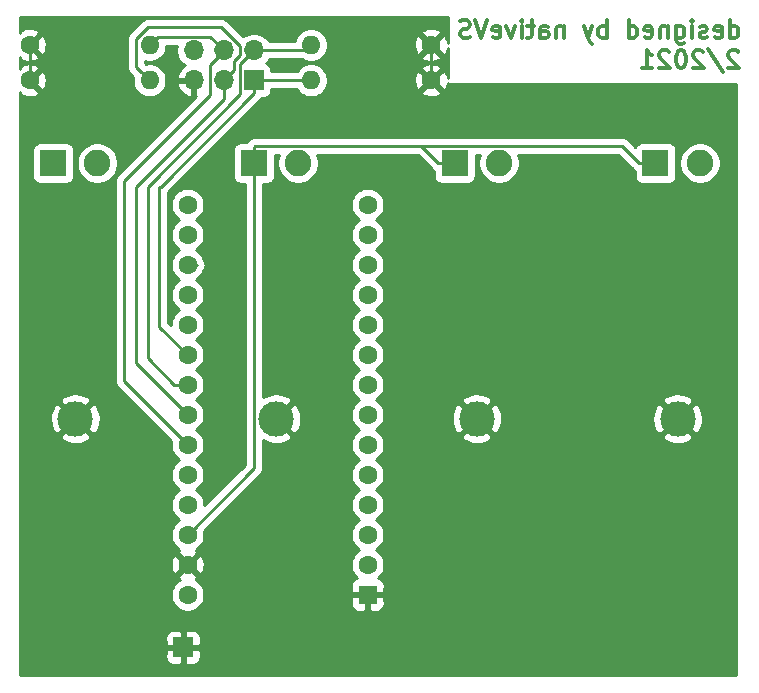
<source format=gbl>
G04 #@! TF.GenerationSoftware,KiCad,Pcbnew,(5.1.5)-3*
G04 #@! TF.CreationDate,2021-02-08T23:57:45+00:00*
G04 #@! TF.ProjectId,faderbox,66616465-7262-46f7-982e-6b696361645f,rev?*
G04 #@! TF.SameCoordinates,Original*
G04 #@! TF.FileFunction,Copper,L2,Bot*
G04 #@! TF.FilePolarity,Positive*
%FSLAX46Y46*%
G04 Gerber Fmt 4.6, Leading zero omitted, Abs format (unit mm)*
G04 Created by KiCad (PCBNEW (5.1.5)-3) date 2021-02-08 23:57:45*
%MOMM*%
%LPD*%
G04 APERTURE LIST*
%ADD10C,0.300000*%
%ADD11C,1.600000*%
%ADD12O,1.600000X1.600000*%
%ADD13C,3.000000*%
%ADD14C,2.250000*%
%ADD15R,2.250000X2.250000*%
%ADD16R,1.600000X1.600000*%
%ADD17R,1.700000X1.700000*%
%ADD18O,1.700000X1.700000*%
%ADD19C,0.250000*%
%ADD20C,0.254000*%
G04 APERTURE END LIST*
D10*
X115305000Y-28403571D02*
X115305000Y-26903571D01*
X115305000Y-28332142D02*
X115447857Y-28403571D01*
X115733571Y-28403571D01*
X115876428Y-28332142D01*
X115947857Y-28260714D01*
X116019285Y-28117857D01*
X116019285Y-27689285D01*
X115947857Y-27546428D01*
X115876428Y-27475000D01*
X115733571Y-27403571D01*
X115447857Y-27403571D01*
X115305000Y-27475000D01*
X114019285Y-28332142D02*
X114162142Y-28403571D01*
X114447857Y-28403571D01*
X114590714Y-28332142D01*
X114662142Y-28189285D01*
X114662142Y-27617857D01*
X114590714Y-27475000D01*
X114447857Y-27403571D01*
X114162142Y-27403571D01*
X114019285Y-27475000D01*
X113947857Y-27617857D01*
X113947857Y-27760714D01*
X114662142Y-27903571D01*
X113376428Y-28332142D02*
X113233571Y-28403571D01*
X112947857Y-28403571D01*
X112805000Y-28332142D01*
X112733571Y-28189285D01*
X112733571Y-28117857D01*
X112805000Y-27975000D01*
X112947857Y-27903571D01*
X113162142Y-27903571D01*
X113305000Y-27832142D01*
X113376428Y-27689285D01*
X113376428Y-27617857D01*
X113305000Y-27475000D01*
X113162142Y-27403571D01*
X112947857Y-27403571D01*
X112805000Y-27475000D01*
X112090714Y-28403571D02*
X112090714Y-27403571D01*
X112090714Y-26903571D02*
X112162142Y-26975000D01*
X112090714Y-27046428D01*
X112019285Y-26975000D01*
X112090714Y-26903571D01*
X112090714Y-27046428D01*
X110733571Y-27403571D02*
X110733571Y-28617857D01*
X110805000Y-28760714D01*
X110876428Y-28832142D01*
X111019285Y-28903571D01*
X111233571Y-28903571D01*
X111376428Y-28832142D01*
X110733571Y-28332142D02*
X110876428Y-28403571D01*
X111162142Y-28403571D01*
X111305000Y-28332142D01*
X111376428Y-28260714D01*
X111447857Y-28117857D01*
X111447857Y-27689285D01*
X111376428Y-27546428D01*
X111305000Y-27475000D01*
X111162142Y-27403571D01*
X110876428Y-27403571D01*
X110733571Y-27475000D01*
X110019285Y-27403571D02*
X110019285Y-28403571D01*
X110019285Y-27546428D02*
X109947857Y-27475000D01*
X109805000Y-27403571D01*
X109590714Y-27403571D01*
X109447857Y-27475000D01*
X109376428Y-27617857D01*
X109376428Y-28403571D01*
X108090714Y-28332142D02*
X108233571Y-28403571D01*
X108519285Y-28403571D01*
X108662142Y-28332142D01*
X108733571Y-28189285D01*
X108733571Y-27617857D01*
X108662142Y-27475000D01*
X108519285Y-27403571D01*
X108233571Y-27403571D01*
X108090714Y-27475000D01*
X108019285Y-27617857D01*
X108019285Y-27760714D01*
X108733571Y-27903571D01*
X106733571Y-28403571D02*
X106733571Y-26903571D01*
X106733571Y-28332142D02*
X106876428Y-28403571D01*
X107162142Y-28403571D01*
X107305000Y-28332142D01*
X107376428Y-28260714D01*
X107447857Y-28117857D01*
X107447857Y-27689285D01*
X107376428Y-27546428D01*
X107305000Y-27475000D01*
X107162142Y-27403571D01*
X106876428Y-27403571D01*
X106733571Y-27475000D01*
X104876428Y-28403571D02*
X104876428Y-26903571D01*
X104876428Y-27475000D02*
X104733571Y-27403571D01*
X104447857Y-27403571D01*
X104305000Y-27475000D01*
X104233571Y-27546428D01*
X104162142Y-27689285D01*
X104162142Y-28117857D01*
X104233571Y-28260714D01*
X104305000Y-28332142D01*
X104447857Y-28403571D01*
X104733571Y-28403571D01*
X104876428Y-28332142D01*
X103662142Y-27403571D02*
X103305000Y-28403571D01*
X102947857Y-27403571D02*
X103305000Y-28403571D01*
X103447857Y-28760714D01*
X103519285Y-28832142D01*
X103662142Y-28903571D01*
X101233571Y-27403571D02*
X101233571Y-28403571D01*
X101233571Y-27546428D02*
X101162142Y-27475000D01*
X101019285Y-27403571D01*
X100805000Y-27403571D01*
X100662142Y-27475000D01*
X100590714Y-27617857D01*
X100590714Y-28403571D01*
X99233571Y-28403571D02*
X99233571Y-27617857D01*
X99305000Y-27475000D01*
X99447857Y-27403571D01*
X99733571Y-27403571D01*
X99876428Y-27475000D01*
X99233571Y-28332142D02*
X99376428Y-28403571D01*
X99733571Y-28403571D01*
X99876428Y-28332142D01*
X99947857Y-28189285D01*
X99947857Y-28046428D01*
X99876428Y-27903571D01*
X99733571Y-27832142D01*
X99376428Y-27832142D01*
X99233571Y-27760714D01*
X98733571Y-27403571D02*
X98162142Y-27403571D01*
X98519285Y-26903571D02*
X98519285Y-28189285D01*
X98447857Y-28332142D01*
X98305000Y-28403571D01*
X98162142Y-28403571D01*
X97662142Y-28403571D02*
X97662142Y-27403571D01*
X97662142Y-26903571D02*
X97733571Y-26975000D01*
X97662142Y-27046428D01*
X97590714Y-26975000D01*
X97662142Y-26903571D01*
X97662142Y-27046428D01*
X97090714Y-27403571D02*
X96733571Y-28403571D01*
X96376428Y-27403571D01*
X95233571Y-28332142D02*
X95376428Y-28403571D01*
X95662142Y-28403571D01*
X95805000Y-28332142D01*
X95876428Y-28189285D01*
X95876428Y-27617857D01*
X95805000Y-27475000D01*
X95662142Y-27403571D01*
X95376428Y-27403571D01*
X95233571Y-27475000D01*
X95162142Y-27617857D01*
X95162142Y-27760714D01*
X95876428Y-27903571D01*
X94733571Y-26903571D02*
X94233571Y-28403571D01*
X93733571Y-26903571D01*
X93305000Y-28332142D02*
X93090714Y-28403571D01*
X92733571Y-28403571D01*
X92590714Y-28332142D01*
X92519285Y-28260714D01*
X92447857Y-28117857D01*
X92447857Y-27975000D01*
X92519285Y-27832142D01*
X92590714Y-27760714D01*
X92733571Y-27689285D01*
X93019285Y-27617857D01*
X93162142Y-27546428D01*
X93233571Y-27475000D01*
X93305000Y-27332142D01*
X93305000Y-27189285D01*
X93233571Y-27046428D01*
X93162142Y-26975000D01*
X93019285Y-26903571D01*
X92662142Y-26903571D01*
X92447857Y-26975000D01*
X116019285Y-29596428D02*
X115947857Y-29525000D01*
X115805000Y-29453571D01*
X115447857Y-29453571D01*
X115305000Y-29525000D01*
X115233571Y-29596428D01*
X115162142Y-29739285D01*
X115162142Y-29882142D01*
X115233571Y-30096428D01*
X116090714Y-30953571D01*
X115162142Y-30953571D01*
X113447857Y-29382142D02*
X114733571Y-31310714D01*
X113019285Y-29596428D02*
X112947857Y-29525000D01*
X112805000Y-29453571D01*
X112447857Y-29453571D01*
X112305000Y-29525000D01*
X112233571Y-29596428D01*
X112162142Y-29739285D01*
X112162142Y-29882142D01*
X112233571Y-30096428D01*
X113090714Y-30953571D01*
X112162142Y-30953571D01*
X111233571Y-29453571D02*
X111090714Y-29453571D01*
X110947857Y-29525000D01*
X110876428Y-29596428D01*
X110805000Y-29739285D01*
X110733571Y-30025000D01*
X110733571Y-30382142D01*
X110805000Y-30667857D01*
X110876428Y-30810714D01*
X110947857Y-30882142D01*
X111090714Y-30953571D01*
X111233571Y-30953571D01*
X111376428Y-30882142D01*
X111447857Y-30810714D01*
X111519285Y-30667857D01*
X111590714Y-30382142D01*
X111590714Y-30025000D01*
X111519285Y-29739285D01*
X111447857Y-29596428D01*
X111376428Y-29525000D01*
X111233571Y-29453571D01*
X110162142Y-29596428D02*
X110090714Y-29525000D01*
X109947857Y-29453571D01*
X109590714Y-29453571D01*
X109447857Y-29525000D01*
X109376428Y-29596428D01*
X109305000Y-29739285D01*
X109305000Y-29882142D01*
X109376428Y-30096428D01*
X110233571Y-30953571D01*
X109305000Y-30953571D01*
X107876428Y-30953571D02*
X108733571Y-30953571D01*
X108305000Y-30953571D02*
X108305000Y-29453571D01*
X108447857Y-29667857D01*
X108590714Y-29810714D01*
X108733571Y-29882142D01*
D11*
X56000000Y-29000000D03*
D12*
X66160000Y-29000000D03*
D13*
X59875000Y-60650000D03*
D14*
X61750000Y-39000000D03*
D15*
X58000000Y-39000000D03*
D13*
X110875000Y-60650000D03*
D14*
X112750000Y-39000000D03*
D15*
X109000000Y-39000000D03*
D13*
X93875000Y-60650000D03*
D14*
X95750000Y-39000000D03*
D15*
X92000000Y-39000000D03*
D13*
X76875000Y-60650000D03*
D14*
X78750000Y-39000000D03*
D15*
X75000000Y-39000000D03*
D16*
X84620000Y-75540000D03*
D11*
X84620000Y-73000000D03*
X84620000Y-70460000D03*
X84620000Y-67920000D03*
X84620000Y-65380000D03*
X84620000Y-62840000D03*
X84620000Y-60300000D03*
X84620000Y-57760000D03*
X84620000Y-55220000D03*
X84620000Y-52680000D03*
X84620000Y-50140000D03*
X84620000Y-47600000D03*
X84620000Y-45060000D03*
X69380000Y-75540000D03*
X69380000Y-73000000D03*
X69380000Y-70460000D03*
X69380000Y-67920000D03*
X69380000Y-65380000D03*
X69380000Y-62840000D03*
X69380000Y-60300000D03*
X69380000Y-57760000D03*
X69380000Y-55220000D03*
X69380000Y-52680000D03*
X69380000Y-50140000D03*
X69380000Y-47600000D03*
X69380000Y-45060000D03*
X84620000Y-42520000D03*
X69380000Y-42520000D03*
D17*
X69000000Y-80000000D03*
X75000000Y-32000000D03*
D18*
X75000000Y-29460000D03*
X72460000Y-32000000D03*
X72460000Y-29460000D03*
X69920000Y-32000000D03*
X69920000Y-29460000D03*
D12*
X79840000Y-32000000D03*
D11*
X90000000Y-32000000D03*
X90000000Y-29000000D03*
D12*
X79840000Y-29000000D03*
X66160000Y-32000000D03*
D11*
X56000000Y-32000000D03*
D19*
X69380000Y-55220000D02*
X67000000Y-52840000D01*
X67000000Y-52840000D02*
X67000000Y-41000000D01*
X75000000Y-33100000D02*
X75000000Y-32000000D01*
X67100000Y-41000000D02*
X75000000Y-33100000D01*
X67000000Y-41000000D02*
X67100000Y-41000000D01*
X79840000Y-32000000D02*
X75000000Y-32000000D01*
X68248630Y-57760000D02*
X66000000Y-55511370D01*
X69380000Y-57760000D02*
X68248630Y-57760000D01*
X79380000Y-29460000D02*
X79840000Y-29000000D01*
X75000000Y-29460000D02*
X79380000Y-29460000D01*
X66000000Y-55511370D02*
X66000000Y-41000000D01*
X73824999Y-30635001D02*
X74150001Y-30309999D01*
X73824999Y-33175001D02*
X73824999Y-30635001D01*
X74150001Y-30309999D02*
X75000000Y-29460000D01*
X66000000Y-41000000D02*
X73824999Y-33175001D01*
X72460000Y-32000000D02*
X72460000Y-33540000D01*
X72460000Y-33540000D02*
X65000000Y-41000000D01*
X65000000Y-55920000D02*
X69380000Y-60300000D01*
X65000000Y-41000000D02*
X65000000Y-55920000D01*
X73824999Y-29085997D02*
X72239002Y-27500000D01*
X72460000Y-32000000D02*
X73309999Y-31150001D01*
X73824999Y-29834003D02*
X73824999Y-29085997D01*
X73309999Y-30349003D02*
X73824999Y-29834003D01*
X73309999Y-31150001D02*
X73309999Y-30349003D01*
X65360001Y-31200001D02*
X66160000Y-32000000D01*
X65034999Y-30874999D02*
X65360001Y-31200001D01*
X65034999Y-28459999D02*
X65034999Y-30874999D01*
X65994998Y-27500000D02*
X65034999Y-28459999D01*
X72239002Y-27500000D02*
X65994998Y-27500000D01*
X69380000Y-62840000D02*
X64000000Y-57460000D01*
X64000000Y-57460000D02*
X64000000Y-40500000D01*
X72460000Y-29540000D02*
X72460000Y-29460000D01*
X71284999Y-30715001D02*
X72460000Y-29540000D01*
X64000000Y-40500000D02*
X71284999Y-33215001D01*
X71284999Y-33215001D02*
X71284999Y-30715001D01*
X71284999Y-28284999D02*
X72460000Y-29460000D01*
X66160000Y-29000000D02*
X66875001Y-28284999D01*
X66875001Y-28284999D02*
X71284999Y-28284999D01*
X75000000Y-64840000D02*
X75000000Y-39000000D01*
X69380000Y-70460000D02*
X75000000Y-64840000D01*
X75000000Y-37625000D02*
X75000000Y-39000000D01*
X75075001Y-37549999D02*
X75000000Y-37625000D01*
X90625000Y-39000000D02*
X89174999Y-37549999D01*
X92000000Y-39000000D02*
X90625000Y-39000000D01*
X107625000Y-39000000D02*
X106174999Y-37549999D01*
X89174999Y-37549999D02*
X89049999Y-37549999D01*
X106174999Y-37549999D02*
X89049999Y-37549999D01*
X109000000Y-39000000D02*
X107625000Y-39000000D01*
X89049999Y-37549999D02*
X75075001Y-37549999D01*
X70150000Y-47600000D02*
X69380000Y-47600000D01*
X56000000Y-29000000D02*
X56000000Y-32000000D01*
X90000000Y-29000000D02*
X90000000Y-32000000D01*
D20*
G36*
X91422143Y-28807504D02*
G01*
X91398787Y-28649870D01*
X91303603Y-28383708D01*
X91236671Y-28258486D01*
X90992702Y-28186903D01*
X90179605Y-29000000D01*
X90992702Y-29813097D01*
X91236671Y-29741514D01*
X91357571Y-29486004D01*
X91422143Y-29228400D01*
X91422143Y-31807504D01*
X91398787Y-31649870D01*
X91303603Y-31383708D01*
X91236671Y-31258486D01*
X90992702Y-31186903D01*
X90179605Y-32000000D01*
X90992702Y-32813097D01*
X91236671Y-32741514D01*
X91357571Y-32486004D01*
X91422143Y-32228400D01*
X91422143Y-32305000D01*
X115840001Y-32305000D01*
X115840000Y-82340000D01*
X55160000Y-82340000D01*
X55160000Y-80850000D01*
X67511928Y-80850000D01*
X67524188Y-80974482D01*
X67560498Y-81094180D01*
X67619463Y-81204494D01*
X67698815Y-81301185D01*
X67795506Y-81380537D01*
X67905820Y-81439502D01*
X68025518Y-81475812D01*
X68150000Y-81488072D01*
X68714250Y-81485000D01*
X68873000Y-81326250D01*
X68873000Y-80127000D01*
X69127000Y-80127000D01*
X69127000Y-81326250D01*
X69285750Y-81485000D01*
X69850000Y-81488072D01*
X69974482Y-81475812D01*
X70094180Y-81439502D01*
X70204494Y-81380537D01*
X70301185Y-81301185D01*
X70380537Y-81204494D01*
X70439502Y-81094180D01*
X70475812Y-80974482D01*
X70488072Y-80850000D01*
X70485000Y-80285750D01*
X70326250Y-80127000D01*
X69127000Y-80127000D01*
X68873000Y-80127000D01*
X67673750Y-80127000D01*
X67515000Y-80285750D01*
X67511928Y-80850000D01*
X55160000Y-80850000D01*
X55160000Y-79150000D01*
X67511928Y-79150000D01*
X67515000Y-79714250D01*
X67673750Y-79873000D01*
X68873000Y-79873000D01*
X68873000Y-78673750D01*
X69127000Y-78673750D01*
X69127000Y-79873000D01*
X70326250Y-79873000D01*
X70485000Y-79714250D01*
X70488072Y-79150000D01*
X70475812Y-79025518D01*
X70439502Y-78905820D01*
X70380537Y-78795506D01*
X70301185Y-78698815D01*
X70204494Y-78619463D01*
X70094180Y-78560498D01*
X69974482Y-78524188D01*
X69850000Y-78511928D01*
X69285750Y-78515000D01*
X69127000Y-78673750D01*
X68873000Y-78673750D01*
X68714250Y-78515000D01*
X68150000Y-78511928D01*
X68025518Y-78524188D01*
X67905820Y-78560498D01*
X67795506Y-78619463D01*
X67698815Y-78698815D01*
X67619463Y-78795506D01*
X67560498Y-78905820D01*
X67524188Y-79025518D01*
X67511928Y-79150000D01*
X55160000Y-79150000D01*
X55160000Y-75398665D01*
X67945000Y-75398665D01*
X67945000Y-75681335D01*
X68000147Y-75958574D01*
X68108320Y-76219727D01*
X68265363Y-76454759D01*
X68465241Y-76654637D01*
X68700273Y-76811680D01*
X68961426Y-76919853D01*
X69238665Y-76975000D01*
X69521335Y-76975000D01*
X69798574Y-76919853D01*
X70059727Y-76811680D01*
X70294759Y-76654637D01*
X70494637Y-76454759D01*
X70571316Y-76340000D01*
X83181928Y-76340000D01*
X83194188Y-76464482D01*
X83230498Y-76584180D01*
X83289463Y-76694494D01*
X83368815Y-76791185D01*
X83465506Y-76870537D01*
X83575820Y-76929502D01*
X83695518Y-76965812D01*
X83820000Y-76978072D01*
X84334250Y-76975000D01*
X84493000Y-76816250D01*
X84493000Y-75667000D01*
X84747000Y-75667000D01*
X84747000Y-76816250D01*
X84905750Y-76975000D01*
X85420000Y-76978072D01*
X85544482Y-76965812D01*
X85664180Y-76929502D01*
X85774494Y-76870537D01*
X85871185Y-76791185D01*
X85950537Y-76694494D01*
X86009502Y-76584180D01*
X86045812Y-76464482D01*
X86058072Y-76340000D01*
X86055000Y-75825750D01*
X85896250Y-75667000D01*
X84747000Y-75667000D01*
X84493000Y-75667000D01*
X83343750Y-75667000D01*
X83185000Y-75825750D01*
X83181928Y-76340000D01*
X70571316Y-76340000D01*
X70651680Y-76219727D01*
X70759853Y-75958574D01*
X70815000Y-75681335D01*
X70815000Y-75398665D01*
X70759853Y-75121426D01*
X70651680Y-74860273D01*
X70571317Y-74740000D01*
X83181928Y-74740000D01*
X83185000Y-75254250D01*
X83343750Y-75413000D01*
X84493000Y-75413000D01*
X84493000Y-75393000D01*
X84747000Y-75393000D01*
X84747000Y-75413000D01*
X85896250Y-75413000D01*
X86055000Y-75254250D01*
X86058072Y-74740000D01*
X86045812Y-74615518D01*
X86009502Y-74495820D01*
X85950537Y-74385506D01*
X85871185Y-74288815D01*
X85774494Y-74209463D01*
X85664180Y-74150498D01*
X85544482Y-74114188D01*
X85536039Y-74113357D01*
X85734637Y-73914759D01*
X85891680Y-73679727D01*
X85999853Y-73418574D01*
X86055000Y-73141335D01*
X86055000Y-72858665D01*
X85999853Y-72581426D01*
X85891680Y-72320273D01*
X85734637Y-72085241D01*
X85534759Y-71885363D01*
X85302241Y-71730000D01*
X85534759Y-71574637D01*
X85734637Y-71374759D01*
X85891680Y-71139727D01*
X85999853Y-70878574D01*
X86055000Y-70601335D01*
X86055000Y-70318665D01*
X85999853Y-70041426D01*
X85891680Y-69780273D01*
X85734637Y-69545241D01*
X85534759Y-69345363D01*
X85302241Y-69190000D01*
X85534759Y-69034637D01*
X85734637Y-68834759D01*
X85891680Y-68599727D01*
X85999853Y-68338574D01*
X86055000Y-68061335D01*
X86055000Y-67778665D01*
X85999853Y-67501426D01*
X85891680Y-67240273D01*
X85734637Y-67005241D01*
X85534759Y-66805363D01*
X85302241Y-66650000D01*
X85534759Y-66494637D01*
X85734637Y-66294759D01*
X85891680Y-66059727D01*
X85999853Y-65798574D01*
X86055000Y-65521335D01*
X86055000Y-65238665D01*
X85999853Y-64961426D01*
X85891680Y-64700273D01*
X85734637Y-64465241D01*
X85534759Y-64265363D01*
X85302241Y-64110000D01*
X85534759Y-63954637D01*
X85734637Y-63754759D01*
X85891680Y-63519727D01*
X85999853Y-63258574D01*
X86055000Y-62981335D01*
X86055000Y-62698665D01*
X85999853Y-62421426D01*
X85891680Y-62160273D01*
X85879239Y-62141653D01*
X92562952Y-62141653D01*
X92718962Y-62457214D01*
X93093745Y-62648020D01*
X93498551Y-62762044D01*
X93917824Y-62794902D01*
X94335451Y-62745334D01*
X94735383Y-62615243D01*
X95031038Y-62457214D01*
X95187048Y-62141653D01*
X109562952Y-62141653D01*
X109718962Y-62457214D01*
X110093745Y-62648020D01*
X110498551Y-62762044D01*
X110917824Y-62794902D01*
X111335451Y-62745334D01*
X111735383Y-62615243D01*
X112031038Y-62457214D01*
X112187048Y-62141653D01*
X110875000Y-60829605D01*
X109562952Y-62141653D01*
X95187048Y-62141653D01*
X93875000Y-60829605D01*
X92562952Y-62141653D01*
X85879239Y-62141653D01*
X85734637Y-61925241D01*
X85534759Y-61725363D01*
X85302241Y-61570000D01*
X85534759Y-61414637D01*
X85734637Y-61214759D01*
X85891680Y-60979727D01*
X85999853Y-60718574D01*
X86004975Y-60692824D01*
X91730098Y-60692824D01*
X91779666Y-61110451D01*
X91909757Y-61510383D01*
X92067786Y-61806038D01*
X92383347Y-61962048D01*
X93695395Y-60650000D01*
X94054605Y-60650000D01*
X95366653Y-61962048D01*
X95682214Y-61806038D01*
X95873020Y-61431255D01*
X95987044Y-61026449D01*
X96013189Y-60692824D01*
X108730098Y-60692824D01*
X108779666Y-61110451D01*
X108909757Y-61510383D01*
X109067786Y-61806038D01*
X109383347Y-61962048D01*
X110695395Y-60650000D01*
X111054605Y-60650000D01*
X112366653Y-61962048D01*
X112682214Y-61806038D01*
X112873020Y-61431255D01*
X112987044Y-61026449D01*
X113019902Y-60607176D01*
X112970334Y-60189549D01*
X112840243Y-59789617D01*
X112682214Y-59493962D01*
X112366653Y-59337952D01*
X111054605Y-60650000D01*
X110695395Y-60650000D01*
X109383347Y-59337952D01*
X109067786Y-59493962D01*
X108876980Y-59868745D01*
X108762956Y-60273551D01*
X108730098Y-60692824D01*
X96013189Y-60692824D01*
X96019902Y-60607176D01*
X95970334Y-60189549D01*
X95840243Y-59789617D01*
X95682214Y-59493962D01*
X95366653Y-59337952D01*
X94054605Y-60650000D01*
X93695395Y-60650000D01*
X92383347Y-59337952D01*
X92067786Y-59493962D01*
X91876980Y-59868745D01*
X91762956Y-60273551D01*
X91730098Y-60692824D01*
X86004975Y-60692824D01*
X86055000Y-60441335D01*
X86055000Y-60158665D01*
X85999853Y-59881426D01*
X85891680Y-59620273D01*
X85734637Y-59385241D01*
X85534759Y-59185363D01*
X85494327Y-59158347D01*
X92562952Y-59158347D01*
X93875000Y-60470395D01*
X95187048Y-59158347D01*
X109562952Y-59158347D01*
X110875000Y-60470395D01*
X112187048Y-59158347D01*
X112031038Y-58842786D01*
X111656255Y-58651980D01*
X111251449Y-58537956D01*
X110832176Y-58505098D01*
X110414549Y-58554666D01*
X110014617Y-58684757D01*
X109718962Y-58842786D01*
X109562952Y-59158347D01*
X95187048Y-59158347D01*
X95031038Y-58842786D01*
X94656255Y-58651980D01*
X94251449Y-58537956D01*
X93832176Y-58505098D01*
X93414549Y-58554666D01*
X93014617Y-58684757D01*
X92718962Y-58842786D01*
X92562952Y-59158347D01*
X85494327Y-59158347D01*
X85302241Y-59030000D01*
X85534759Y-58874637D01*
X85734637Y-58674759D01*
X85891680Y-58439727D01*
X85999853Y-58178574D01*
X86055000Y-57901335D01*
X86055000Y-57618665D01*
X85999853Y-57341426D01*
X85891680Y-57080273D01*
X85734637Y-56845241D01*
X85534759Y-56645363D01*
X85302241Y-56490000D01*
X85534759Y-56334637D01*
X85734637Y-56134759D01*
X85891680Y-55899727D01*
X85999853Y-55638574D01*
X86055000Y-55361335D01*
X86055000Y-55078665D01*
X85999853Y-54801426D01*
X85891680Y-54540273D01*
X85734637Y-54305241D01*
X85534759Y-54105363D01*
X85302241Y-53950000D01*
X85534759Y-53794637D01*
X85734637Y-53594759D01*
X85891680Y-53359727D01*
X85999853Y-53098574D01*
X86055000Y-52821335D01*
X86055000Y-52538665D01*
X85999853Y-52261426D01*
X85891680Y-52000273D01*
X85734637Y-51765241D01*
X85534759Y-51565363D01*
X85302241Y-51410000D01*
X85534759Y-51254637D01*
X85734637Y-51054759D01*
X85891680Y-50819727D01*
X85999853Y-50558574D01*
X86055000Y-50281335D01*
X86055000Y-49998665D01*
X85999853Y-49721426D01*
X85891680Y-49460273D01*
X85734637Y-49225241D01*
X85534759Y-49025363D01*
X85302241Y-48870000D01*
X85534759Y-48714637D01*
X85734637Y-48514759D01*
X85891680Y-48279727D01*
X85999853Y-48018574D01*
X86055000Y-47741335D01*
X86055000Y-47458665D01*
X85999853Y-47181426D01*
X85891680Y-46920273D01*
X85734637Y-46685241D01*
X85534759Y-46485363D01*
X85302241Y-46330000D01*
X85534759Y-46174637D01*
X85734637Y-45974759D01*
X85891680Y-45739727D01*
X85999853Y-45478574D01*
X86055000Y-45201335D01*
X86055000Y-44918665D01*
X85999853Y-44641426D01*
X85891680Y-44380273D01*
X85734637Y-44145241D01*
X85534759Y-43945363D01*
X85302241Y-43790000D01*
X85534759Y-43634637D01*
X85734637Y-43434759D01*
X85891680Y-43199727D01*
X85999853Y-42938574D01*
X86055000Y-42661335D01*
X86055000Y-42378665D01*
X85999853Y-42101426D01*
X85891680Y-41840273D01*
X85734637Y-41605241D01*
X85534759Y-41405363D01*
X85299727Y-41248320D01*
X85038574Y-41140147D01*
X84761335Y-41085000D01*
X84478665Y-41085000D01*
X84201426Y-41140147D01*
X83940273Y-41248320D01*
X83705241Y-41405363D01*
X83505363Y-41605241D01*
X83348320Y-41840273D01*
X83240147Y-42101426D01*
X83185000Y-42378665D01*
X83185000Y-42661335D01*
X83240147Y-42938574D01*
X83348320Y-43199727D01*
X83505363Y-43434759D01*
X83705241Y-43634637D01*
X83937759Y-43790000D01*
X83705241Y-43945363D01*
X83505363Y-44145241D01*
X83348320Y-44380273D01*
X83240147Y-44641426D01*
X83185000Y-44918665D01*
X83185000Y-45201335D01*
X83240147Y-45478574D01*
X83348320Y-45739727D01*
X83505363Y-45974759D01*
X83705241Y-46174637D01*
X83937759Y-46330000D01*
X83705241Y-46485363D01*
X83505363Y-46685241D01*
X83348320Y-46920273D01*
X83240147Y-47181426D01*
X83185000Y-47458665D01*
X83185000Y-47741335D01*
X83240147Y-48018574D01*
X83348320Y-48279727D01*
X83505363Y-48514759D01*
X83705241Y-48714637D01*
X83937759Y-48870000D01*
X83705241Y-49025363D01*
X83505363Y-49225241D01*
X83348320Y-49460273D01*
X83240147Y-49721426D01*
X83185000Y-49998665D01*
X83185000Y-50281335D01*
X83240147Y-50558574D01*
X83348320Y-50819727D01*
X83505363Y-51054759D01*
X83705241Y-51254637D01*
X83937759Y-51410000D01*
X83705241Y-51565363D01*
X83505363Y-51765241D01*
X83348320Y-52000273D01*
X83240147Y-52261426D01*
X83185000Y-52538665D01*
X83185000Y-52821335D01*
X83240147Y-53098574D01*
X83348320Y-53359727D01*
X83505363Y-53594759D01*
X83705241Y-53794637D01*
X83937759Y-53950000D01*
X83705241Y-54105363D01*
X83505363Y-54305241D01*
X83348320Y-54540273D01*
X83240147Y-54801426D01*
X83185000Y-55078665D01*
X83185000Y-55361335D01*
X83240147Y-55638574D01*
X83348320Y-55899727D01*
X83505363Y-56134759D01*
X83705241Y-56334637D01*
X83937759Y-56490000D01*
X83705241Y-56645363D01*
X83505363Y-56845241D01*
X83348320Y-57080273D01*
X83240147Y-57341426D01*
X83185000Y-57618665D01*
X83185000Y-57901335D01*
X83240147Y-58178574D01*
X83348320Y-58439727D01*
X83505363Y-58674759D01*
X83705241Y-58874637D01*
X83937759Y-59030000D01*
X83705241Y-59185363D01*
X83505363Y-59385241D01*
X83348320Y-59620273D01*
X83240147Y-59881426D01*
X83185000Y-60158665D01*
X83185000Y-60441335D01*
X83240147Y-60718574D01*
X83348320Y-60979727D01*
X83505363Y-61214759D01*
X83705241Y-61414637D01*
X83937759Y-61570000D01*
X83705241Y-61725363D01*
X83505363Y-61925241D01*
X83348320Y-62160273D01*
X83240147Y-62421426D01*
X83185000Y-62698665D01*
X83185000Y-62981335D01*
X83240147Y-63258574D01*
X83348320Y-63519727D01*
X83505363Y-63754759D01*
X83705241Y-63954637D01*
X83937759Y-64110000D01*
X83705241Y-64265363D01*
X83505363Y-64465241D01*
X83348320Y-64700273D01*
X83240147Y-64961426D01*
X83185000Y-65238665D01*
X83185000Y-65521335D01*
X83240147Y-65798574D01*
X83348320Y-66059727D01*
X83505363Y-66294759D01*
X83705241Y-66494637D01*
X83937759Y-66650000D01*
X83705241Y-66805363D01*
X83505363Y-67005241D01*
X83348320Y-67240273D01*
X83240147Y-67501426D01*
X83185000Y-67778665D01*
X83185000Y-68061335D01*
X83240147Y-68338574D01*
X83348320Y-68599727D01*
X83505363Y-68834759D01*
X83705241Y-69034637D01*
X83937759Y-69190000D01*
X83705241Y-69345363D01*
X83505363Y-69545241D01*
X83348320Y-69780273D01*
X83240147Y-70041426D01*
X83185000Y-70318665D01*
X83185000Y-70601335D01*
X83240147Y-70878574D01*
X83348320Y-71139727D01*
X83505363Y-71374759D01*
X83705241Y-71574637D01*
X83937759Y-71730000D01*
X83705241Y-71885363D01*
X83505363Y-72085241D01*
X83348320Y-72320273D01*
X83240147Y-72581426D01*
X83185000Y-72858665D01*
X83185000Y-73141335D01*
X83240147Y-73418574D01*
X83348320Y-73679727D01*
X83505363Y-73914759D01*
X83703961Y-74113357D01*
X83695518Y-74114188D01*
X83575820Y-74150498D01*
X83465506Y-74209463D01*
X83368815Y-74288815D01*
X83289463Y-74385506D01*
X83230498Y-74495820D01*
X83194188Y-74615518D01*
X83181928Y-74740000D01*
X70571317Y-74740000D01*
X70494637Y-74625241D01*
X70294759Y-74425363D01*
X70060872Y-74269085D01*
X70121514Y-74236671D01*
X70193097Y-73992702D01*
X69380000Y-73179605D01*
X68566903Y-73992702D01*
X68638486Y-74236671D01*
X68702992Y-74267194D01*
X68700273Y-74268320D01*
X68465241Y-74425363D01*
X68265363Y-74625241D01*
X68108320Y-74860273D01*
X68000147Y-75121426D01*
X67945000Y-75398665D01*
X55160000Y-75398665D01*
X55160000Y-73070512D01*
X67939783Y-73070512D01*
X67981213Y-73350130D01*
X68076397Y-73616292D01*
X68143329Y-73741514D01*
X68387298Y-73813097D01*
X69200395Y-73000000D01*
X69559605Y-73000000D01*
X70372702Y-73813097D01*
X70616671Y-73741514D01*
X70737571Y-73486004D01*
X70806300Y-73211816D01*
X70820217Y-72929488D01*
X70778787Y-72649870D01*
X70683603Y-72383708D01*
X70616671Y-72258486D01*
X70372702Y-72186903D01*
X69559605Y-73000000D01*
X69200395Y-73000000D01*
X68387298Y-72186903D01*
X68143329Y-72258486D01*
X68022429Y-72513996D01*
X67953700Y-72788184D01*
X67939783Y-73070512D01*
X55160000Y-73070512D01*
X55160000Y-62141653D01*
X58562952Y-62141653D01*
X58718962Y-62457214D01*
X59093745Y-62648020D01*
X59498551Y-62762044D01*
X59917824Y-62794902D01*
X60335451Y-62745334D01*
X60735383Y-62615243D01*
X61031038Y-62457214D01*
X61187048Y-62141653D01*
X59875000Y-60829605D01*
X58562952Y-62141653D01*
X55160000Y-62141653D01*
X55160000Y-60692824D01*
X57730098Y-60692824D01*
X57779666Y-61110451D01*
X57909757Y-61510383D01*
X58067786Y-61806038D01*
X58383347Y-61962048D01*
X59695395Y-60650000D01*
X60054605Y-60650000D01*
X61366653Y-61962048D01*
X61682214Y-61806038D01*
X61873020Y-61431255D01*
X61987044Y-61026449D01*
X62019902Y-60607176D01*
X61970334Y-60189549D01*
X61840243Y-59789617D01*
X61682214Y-59493962D01*
X61366653Y-59337952D01*
X60054605Y-60650000D01*
X59695395Y-60650000D01*
X58383347Y-59337952D01*
X58067786Y-59493962D01*
X57876980Y-59868745D01*
X57762956Y-60273551D01*
X57730098Y-60692824D01*
X55160000Y-60692824D01*
X55160000Y-59158347D01*
X58562952Y-59158347D01*
X59875000Y-60470395D01*
X61187048Y-59158347D01*
X61031038Y-58842786D01*
X60656255Y-58651980D01*
X60251449Y-58537956D01*
X59832176Y-58505098D01*
X59414549Y-58554666D01*
X59014617Y-58684757D01*
X58718962Y-58842786D01*
X58562952Y-59158347D01*
X55160000Y-59158347D01*
X55160000Y-37875000D01*
X56236928Y-37875000D01*
X56236928Y-40125000D01*
X56249188Y-40249482D01*
X56285498Y-40369180D01*
X56344463Y-40479494D01*
X56423815Y-40576185D01*
X56520506Y-40655537D01*
X56630820Y-40714502D01*
X56750518Y-40750812D01*
X56875000Y-40763072D01*
X59125000Y-40763072D01*
X59249482Y-40750812D01*
X59369180Y-40714502D01*
X59479494Y-40655537D01*
X59576185Y-40576185D01*
X59655537Y-40479494D01*
X59714502Y-40369180D01*
X59750812Y-40249482D01*
X59763072Y-40125000D01*
X59763072Y-38826655D01*
X59990000Y-38826655D01*
X59990000Y-39173345D01*
X60057636Y-39513373D01*
X60190308Y-39833673D01*
X60382919Y-40121935D01*
X60628065Y-40367081D01*
X60916327Y-40559692D01*
X61236627Y-40692364D01*
X61576655Y-40760000D01*
X61923345Y-40760000D01*
X62263373Y-40692364D01*
X62583673Y-40559692D01*
X62673008Y-40500000D01*
X63236324Y-40500000D01*
X63240001Y-40537333D01*
X63240000Y-57422678D01*
X63236324Y-57460000D01*
X63240000Y-57497322D01*
X63240000Y-57497332D01*
X63250997Y-57608985D01*
X63294454Y-57752246D01*
X63365026Y-57884276D01*
X63404871Y-57932826D01*
X63459999Y-58000001D01*
X63489003Y-58023804D01*
X67981312Y-62516114D01*
X67945000Y-62698665D01*
X67945000Y-62981335D01*
X68000147Y-63258574D01*
X68108320Y-63519727D01*
X68265363Y-63754759D01*
X68465241Y-63954637D01*
X68697759Y-64110000D01*
X68465241Y-64265363D01*
X68265363Y-64465241D01*
X68108320Y-64700273D01*
X68000147Y-64961426D01*
X67945000Y-65238665D01*
X67945000Y-65521335D01*
X68000147Y-65798574D01*
X68108320Y-66059727D01*
X68265363Y-66294759D01*
X68465241Y-66494637D01*
X68697759Y-66650000D01*
X68465241Y-66805363D01*
X68265363Y-67005241D01*
X68108320Y-67240273D01*
X68000147Y-67501426D01*
X67945000Y-67778665D01*
X67945000Y-68061335D01*
X68000147Y-68338574D01*
X68108320Y-68599727D01*
X68265363Y-68834759D01*
X68465241Y-69034637D01*
X68697759Y-69190000D01*
X68465241Y-69345363D01*
X68265363Y-69545241D01*
X68108320Y-69780273D01*
X68000147Y-70041426D01*
X67945000Y-70318665D01*
X67945000Y-70601335D01*
X68000147Y-70878574D01*
X68108320Y-71139727D01*
X68265363Y-71374759D01*
X68465241Y-71574637D01*
X68699128Y-71730915D01*
X68638486Y-71763329D01*
X68566903Y-72007298D01*
X69380000Y-72820395D01*
X70193097Y-72007298D01*
X70121514Y-71763329D01*
X70057008Y-71732806D01*
X70059727Y-71731680D01*
X70294759Y-71574637D01*
X70494637Y-71374759D01*
X70651680Y-71139727D01*
X70759853Y-70878574D01*
X70815000Y-70601335D01*
X70815000Y-70318665D01*
X70778688Y-70136113D01*
X75511004Y-65403798D01*
X75540001Y-65380001D01*
X75634974Y-65264276D01*
X75705546Y-65132247D01*
X75749003Y-64988986D01*
X75760000Y-64877333D01*
X75760000Y-64877324D01*
X75763676Y-64840001D01*
X75760000Y-64802678D01*
X75760000Y-62478107D01*
X76093745Y-62648020D01*
X76498551Y-62762044D01*
X76917824Y-62794902D01*
X77335451Y-62745334D01*
X77735383Y-62615243D01*
X78031038Y-62457214D01*
X78187048Y-62141653D01*
X76875000Y-60829605D01*
X76860858Y-60843748D01*
X76681253Y-60664143D01*
X76695395Y-60650000D01*
X77054605Y-60650000D01*
X78366653Y-61962048D01*
X78682214Y-61806038D01*
X78873020Y-61431255D01*
X78987044Y-61026449D01*
X79019902Y-60607176D01*
X78970334Y-60189549D01*
X78840243Y-59789617D01*
X78682214Y-59493962D01*
X78366653Y-59337952D01*
X77054605Y-60650000D01*
X76695395Y-60650000D01*
X76681253Y-60635858D01*
X76860858Y-60456253D01*
X76875000Y-60470395D01*
X78187048Y-59158347D01*
X78031038Y-58842786D01*
X77656255Y-58651980D01*
X77251449Y-58537956D01*
X76832176Y-58505098D01*
X76414549Y-58554666D01*
X76014617Y-58684757D01*
X75760000Y-58820851D01*
X75760000Y-40763072D01*
X76125000Y-40763072D01*
X76249482Y-40750812D01*
X76369180Y-40714502D01*
X76479494Y-40655537D01*
X76576185Y-40576185D01*
X76655537Y-40479494D01*
X76714502Y-40369180D01*
X76750812Y-40249482D01*
X76763072Y-40125000D01*
X76763072Y-38309999D01*
X77130797Y-38309999D01*
X77057636Y-38486627D01*
X76990000Y-38826655D01*
X76990000Y-39173345D01*
X77057636Y-39513373D01*
X77190308Y-39833673D01*
X77382919Y-40121935D01*
X77628065Y-40367081D01*
X77916327Y-40559692D01*
X78236627Y-40692364D01*
X78576655Y-40760000D01*
X78923345Y-40760000D01*
X79263373Y-40692364D01*
X79583673Y-40559692D01*
X79871935Y-40367081D01*
X80117081Y-40121935D01*
X80309692Y-39833673D01*
X80442364Y-39513373D01*
X80510000Y-39173345D01*
X80510000Y-38826655D01*
X80442364Y-38486627D01*
X80369203Y-38309999D01*
X88860198Y-38309999D01*
X90061201Y-39511003D01*
X90084999Y-39540001D01*
X90113997Y-39563799D01*
X90200723Y-39634974D01*
X90236928Y-39654326D01*
X90236928Y-40125000D01*
X90249188Y-40249482D01*
X90285498Y-40369180D01*
X90344463Y-40479494D01*
X90423815Y-40576185D01*
X90520506Y-40655537D01*
X90630820Y-40714502D01*
X90750518Y-40750812D01*
X90875000Y-40763072D01*
X93125000Y-40763072D01*
X93249482Y-40750812D01*
X93369180Y-40714502D01*
X93479494Y-40655537D01*
X93576185Y-40576185D01*
X93655537Y-40479494D01*
X93714502Y-40369180D01*
X93750812Y-40249482D01*
X93763072Y-40125000D01*
X93763072Y-38309999D01*
X94130797Y-38309999D01*
X94057636Y-38486627D01*
X93990000Y-38826655D01*
X93990000Y-39173345D01*
X94057636Y-39513373D01*
X94190308Y-39833673D01*
X94382919Y-40121935D01*
X94628065Y-40367081D01*
X94916327Y-40559692D01*
X95236627Y-40692364D01*
X95576655Y-40760000D01*
X95923345Y-40760000D01*
X96263373Y-40692364D01*
X96583673Y-40559692D01*
X96871935Y-40367081D01*
X97117081Y-40121935D01*
X97309692Y-39833673D01*
X97442364Y-39513373D01*
X97510000Y-39173345D01*
X97510000Y-38826655D01*
X97442364Y-38486627D01*
X97369203Y-38309999D01*
X105860198Y-38309999D01*
X107061201Y-39511003D01*
X107084999Y-39540001D01*
X107113997Y-39563799D01*
X107200723Y-39634974D01*
X107236928Y-39654326D01*
X107236928Y-40125000D01*
X107249188Y-40249482D01*
X107285498Y-40369180D01*
X107344463Y-40479494D01*
X107423815Y-40576185D01*
X107520506Y-40655537D01*
X107630820Y-40714502D01*
X107750518Y-40750812D01*
X107875000Y-40763072D01*
X110125000Y-40763072D01*
X110249482Y-40750812D01*
X110369180Y-40714502D01*
X110479494Y-40655537D01*
X110576185Y-40576185D01*
X110655537Y-40479494D01*
X110714502Y-40369180D01*
X110750812Y-40249482D01*
X110763072Y-40125000D01*
X110763072Y-38826655D01*
X110990000Y-38826655D01*
X110990000Y-39173345D01*
X111057636Y-39513373D01*
X111190308Y-39833673D01*
X111382919Y-40121935D01*
X111628065Y-40367081D01*
X111916327Y-40559692D01*
X112236627Y-40692364D01*
X112576655Y-40760000D01*
X112923345Y-40760000D01*
X113263373Y-40692364D01*
X113583673Y-40559692D01*
X113871935Y-40367081D01*
X114117081Y-40121935D01*
X114309692Y-39833673D01*
X114442364Y-39513373D01*
X114510000Y-39173345D01*
X114510000Y-38826655D01*
X114442364Y-38486627D01*
X114309692Y-38166327D01*
X114117081Y-37878065D01*
X113871935Y-37632919D01*
X113583673Y-37440308D01*
X113263373Y-37307636D01*
X112923345Y-37240000D01*
X112576655Y-37240000D01*
X112236627Y-37307636D01*
X111916327Y-37440308D01*
X111628065Y-37632919D01*
X111382919Y-37878065D01*
X111190308Y-38166327D01*
X111057636Y-38486627D01*
X110990000Y-38826655D01*
X110763072Y-38826655D01*
X110763072Y-37875000D01*
X110750812Y-37750518D01*
X110714502Y-37630820D01*
X110655537Y-37520506D01*
X110576185Y-37423815D01*
X110479494Y-37344463D01*
X110369180Y-37285498D01*
X110249482Y-37249188D01*
X110125000Y-37236928D01*
X107875000Y-37236928D01*
X107750518Y-37249188D01*
X107630820Y-37285498D01*
X107520506Y-37344463D01*
X107423815Y-37423815D01*
X107344463Y-37520506D01*
X107301216Y-37601414D01*
X106738803Y-37039002D01*
X106715000Y-37009998D01*
X106599275Y-36915025D01*
X106467246Y-36844453D01*
X106323985Y-36800996D01*
X106212332Y-36789999D01*
X106212321Y-36789999D01*
X106174999Y-36786323D01*
X106137677Y-36789999D01*
X89212321Y-36789999D01*
X89174999Y-36786323D01*
X89137677Y-36789999D01*
X75112323Y-36789999D01*
X75075000Y-36786323D01*
X75037678Y-36789999D01*
X75037668Y-36789999D01*
X74926015Y-36800996D01*
X74782754Y-36844453D01*
X74650725Y-36915025D01*
X74535000Y-37009998D01*
X74511200Y-37038998D01*
X74489000Y-37061198D01*
X74459999Y-37084999D01*
X74404871Y-37152174D01*
X74365026Y-37200724D01*
X74345674Y-37236928D01*
X73875000Y-37236928D01*
X73750518Y-37249188D01*
X73630820Y-37285498D01*
X73520506Y-37344463D01*
X73423815Y-37423815D01*
X73344463Y-37520506D01*
X73285498Y-37630820D01*
X73249188Y-37750518D01*
X73236928Y-37875000D01*
X73236928Y-40125000D01*
X73249188Y-40249482D01*
X73285498Y-40369180D01*
X73344463Y-40479494D01*
X73423815Y-40576185D01*
X73520506Y-40655537D01*
X73630820Y-40714502D01*
X73750518Y-40750812D01*
X73875000Y-40763072D01*
X74240001Y-40763072D01*
X74240000Y-64525198D01*
X70815000Y-67950199D01*
X70815000Y-67778665D01*
X70759853Y-67501426D01*
X70651680Y-67240273D01*
X70494637Y-67005241D01*
X70294759Y-66805363D01*
X70062241Y-66650000D01*
X70294759Y-66494637D01*
X70494637Y-66294759D01*
X70651680Y-66059727D01*
X70759853Y-65798574D01*
X70815000Y-65521335D01*
X70815000Y-65238665D01*
X70759853Y-64961426D01*
X70651680Y-64700273D01*
X70494637Y-64465241D01*
X70294759Y-64265363D01*
X70062241Y-64110000D01*
X70294759Y-63954637D01*
X70494637Y-63754759D01*
X70651680Y-63519727D01*
X70759853Y-63258574D01*
X70815000Y-62981335D01*
X70815000Y-62698665D01*
X70759853Y-62421426D01*
X70651680Y-62160273D01*
X70494637Y-61925241D01*
X70294759Y-61725363D01*
X70062241Y-61570000D01*
X70294759Y-61414637D01*
X70494637Y-61214759D01*
X70651680Y-60979727D01*
X70759853Y-60718574D01*
X70815000Y-60441335D01*
X70815000Y-60158665D01*
X70759853Y-59881426D01*
X70651680Y-59620273D01*
X70494637Y-59385241D01*
X70294759Y-59185363D01*
X70062241Y-59030000D01*
X70294759Y-58874637D01*
X70494637Y-58674759D01*
X70651680Y-58439727D01*
X70759853Y-58178574D01*
X70815000Y-57901335D01*
X70815000Y-57618665D01*
X70759853Y-57341426D01*
X70651680Y-57080273D01*
X70494637Y-56845241D01*
X70294759Y-56645363D01*
X70062241Y-56490000D01*
X70294759Y-56334637D01*
X70494637Y-56134759D01*
X70651680Y-55899727D01*
X70759853Y-55638574D01*
X70815000Y-55361335D01*
X70815000Y-55078665D01*
X70759853Y-54801426D01*
X70651680Y-54540273D01*
X70494637Y-54305241D01*
X70294759Y-54105363D01*
X70062241Y-53950000D01*
X70294759Y-53794637D01*
X70494637Y-53594759D01*
X70651680Y-53359727D01*
X70759853Y-53098574D01*
X70815000Y-52821335D01*
X70815000Y-52538665D01*
X70759853Y-52261426D01*
X70651680Y-52000273D01*
X70494637Y-51765241D01*
X70294759Y-51565363D01*
X70062241Y-51410000D01*
X70294759Y-51254637D01*
X70494637Y-51054759D01*
X70651680Y-50819727D01*
X70759853Y-50558574D01*
X70815000Y-50281335D01*
X70815000Y-49998665D01*
X70759853Y-49721426D01*
X70651680Y-49460273D01*
X70494637Y-49225241D01*
X70294759Y-49025363D01*
X70062241Y-48870000D01*
X70294759Y-48714637D01*
X70494637Y-48514759D01*
X70651680Y-48279727D01*
X70729484Y-48091890D01*
X70784974Y-48024276D01*
X70855546Y-47892247D01*
X70899003Y-47748986D01*
X70913677Y-47600000D01*
X70899003Y-47451014D01*
X70855546Y-47307753D01*
X70784974Y-47175724D01*
X70729484Y-47108110D01*
X70651680Y-46920273D01*
X70494637Y-46685241D01*
X70294759Y-46485363D01*
X70062241Y-46330000D01*
X70294759Y-46174637D01*
X70494637Y-45974759D01*
X70651680Y-45739727D01*
X70759853Y-45478574D01*
X70815000Y-45201335D01*
X70815000Y-44918665D01*
X70759853Y-44641426D01*
X70651680Y-44380273D01*
X70494637Y-44145241D01*
X70294759Y-43945363D01*
X70062241Y-43790000D01*
X70294759Y-43634637D01*
X70494637Y-43434759D01*
X70651680Y-43199727D01*
X70759853Y-42938574D01*
X70815000Y-42661335D01*
X70815000Y-42378665D01*
X70759853Y-42101426D01*
X70651680Y-41840273D01*
X70494637Y-41605241D01*
X70294759Y-41405363D01*
X70059727Y-41248320D01*
X69798574Y-41140147D01*
X69521335Y-41085000D01*
X69238665Y-41085000D01*
X68961426Y-41140147D01*
X68700273Y-41248320D01*
X68465241Y-41405363D01*
X68265363Y-41605241D01*
X68108320Y-41840273D01*
X68000147Y-42101426D01*
X67945000Y-42378665D01*
X67945000Y-42661335D01*
X68000147Y-42938574D01*
X68108320Y-43199727D01*
X68265363Y-43434759D01*
X68465241Y-43634637D01*
X68697759Y-43790000D01*
X68465241Y-43945363D01*
X68265363Y-44145241D01*
X68108320Y-44380273D01*
X68000147Y-44641426D01*
X67945000Y-44918665D01*
X67945000Y-45201335D01*
X68000147Y-45478574D01*
X68108320Y-45739727D01*
X68265363Y-45974759D01*
X68465241Y-46174637D01*
X68697759Y-46330000D01*
X68465241Y-46485363D01*
X68265363Y-46685241D01*
X68108320Y-46920273D01*
X68000147Y-47181426D01*
X67945000Y-47458665D01*
X67945000Y-47741335D01*
X68000147Y-48018574D01*
X68108320Y-48279727D01*
X68265363Y-48514759D01*
X68465241Y-48714637D01*
X68697759Y-48870000D01*
X68465241Y-49025363D01*
X68265363Y-49225241D01*
X68108320Y-49460273D01*
X68000147Y-49721426D01*
X67945000Y-49998665D01*
X67945000Y-50281335D01*
X68000147Y-50558574D01*
X68108320Y-50819727D01*
X68265363Y-51054759D01*
X68465241Y-51254637D01*
X68697759Y-51410000D01*
X68465241Y-51565363D01*
X68265363Y-51765241D01*
X68108320Y-52000273D01*
X68000147Y-52261426D01*
X67945000Y-52538665D01*
X67945000Y-52710199D01*
X67760000Y-52525199D01*
X67760000Y-41414801D01*
X75511004Y-33663798D01*
X75540001Y-33640001D01*
X75573423Y-33599276D01*
X75634974Y-33524277D01*
X75654326Y-33488072D01*
X75850000Y-33488072D01*
X75974482Y-33475812D01*
X76094180Y-33439502D01*
X76204494Y-33380537D01*
X76301185Y-33301185D01*
X76380537Y-33204494D01*
X76439502Y-33094180D01*
X76475812Y-32974482D01*
X76488072Y-32850000D01*
X76488072Y-32760000D01*
X78621957Y-32760000D01*
X78725363Y-32914759D01*
X78925241Y-33114637D01*
X79160273Y-33271680D01*
X79421426Y-33379853D01*
X79698665Y-33435000D01*
X79981335Y-33435000D01*
X80258574Y-33379853D01*
X80519727Y-33271680D01*
X80754759Y-33114637D01*
X80876694Y-32992702D01*
X89186903Y-32992702D01*
X89258486Y-33236671D01*
X89513996Y-33357571D01*
X89788184Y-33426300D01*
X90070512Y-33440217D01*
X90350130Y-33398787D01*
X90616292Y-33303603D01*
X90741514Y-33236671D01*
X90813097Y-32992702D01*
X90000000Y-32179605D01*
X89186903Y-32992702D01*
X80876694Y-32992702D01*
X80954637Y-32914759D01*
X81111680Y-32679727D01*
X81219853Y-32418574D01*
X81275000Y-32141335D01*
X81275000Y-32070512D01*
X88559783Y-32070512D01*
X88601213Y-32350130D01*
X88696397Y-32616292D01*
X88763329Y-32741514D01*
X89007298Y-32813097D01*
X89820395Y-32000000D01*
X89007298Y-31186903D01*
X88763329Y-31258486D01*
X88642429Y-31513996D01*
X88573700Y-31788184D01*
X88559783Y-32070512D01*
X81275000Y-32070512D01*
X81275000Y-31858665D01*
X81219853Y-31581426D01*
X81111680Y-31320273D01*
X80954637Y-31085241D01*
X80876694Y-31007298D01*
X89186903Y-31007298D01*
X90000000Y-31820395D01*
X90813097Y-31007298D01*
X90741514Y-30763329D01*
X90486004Y-30642429D01*
X90211816Y-30573700D01*
X89929488Y-30559783D01*
X89649870Y-30601213D01*
X89383708Y-30696397D01*
X89258486Y-30763329D01*
X89186903Y-31007298D01*
X80876694Y-31007298D01*
X80754759Y-30885363D01*
X80519727Y-30728320D01*
X80258574Y-30620147D01*
X79981335Y-30565000D01*
X79698665Y-30565000D01*
X79421426Y-30620147D01*
X79160273Y-30728320D01*
X78925241Y-30885363D01*
X78725363Y-31085241D01*
X78621957Y-31240000D01*
X76488072Y-31240000D01*
X76488072Y-31150000D01*
X76475812Y-31025518D01*
X76439502Y-30905820D01*
X76380537Y-30795506D01*
X76301185Y-30698815D01*
X76204494Y-30619463D01*
X76094180Y-30560498D01*
X76021620Y-30538487D01*
X76153475Y-30406632D01*
X76278178Y-30220000D01*
X79082928Y-30220000D01*
X79160273Y-30271680D01*
X79421426Y-30379853D01*
X79698665Y-30435000D01*
X79981335Y-30435000D01*
X80258574Y-30379853D01*
X80519727Y-30271680D01*
X80754759Y-30114637D01*
X80876694Y-29992702D01*
X89186903Y-29992702D01*
X89258486Y-30236671D01*
X89513996Y-30357571D01*
X89788184Y-30426300D01*
X90070512Y-30440217D01*
X90350130Y-30398787D01*
X90616292Y-30303603D01*
X90741514Y-30236671D01*
X90813097Y-29992702D01*
X90000000Y-29179605D01*
X89186903Y-29992702D01*
X80876694Y-29992702D01*
X80954637Y-29914759D01*
X81111680Y-29679727D01*
X81219853Y-29418574D01*
X81275000Y-29141335D01*
X81275000Y-29070512D01*
X88559783Y-29070512D01*
X88601213Y-29350130D01*
X88696397Y-29616292D01*
X88763329Y-29741514D01*
X89007298Y-29813097D01*
X89820395Y-29000000D01*
X89007298Y-28186903D01*
X88763329Y-28258486D01*
X88642429Y-28513996D01*
X88573700Y-28788184D01*
X88559783Y-29070512D01*
X81275000Y-29070512D01*
X81275000Y-28858665D01*
X81219853Y-28581426D01*
X81111680Y-28320273D01*
X80954637Y-28085241D01*
X80876694Y-28007298D01*
X89186903Y-28007298D01*
X90000000Y-28820395D01*
X90813097Y-28007298D01*
X90741514Y-27763329D01*
X90486004Y-27642429D01*
X90211816Y-27573700D01*
X89929488Y-27559783D01*
X89649870Y-27601213D01*
X89383708Y-27696397D01*
X89258486Y-27763329D01*
X89186903Y-28007298D01*
X80876694Y-28007298D01*
X80754759Y-27885363D01*
X80519727Y-27728320D01*
X80258574Y-27620147D01*
X79981335Y-27565000D01*
X79698665Y-27565000D01*
X79421426Y-27620147D01*
X79160273Y-27728320D01*
X78925241Y-27885363D01*
X78725363Y-28085241D01*
X78568320Y-28320273D01*
X78460147Y-28581426D01*
X78436561Y-28700000D01*
X76278178Y-28700000D01*
X76153475Y-28513368D01*
X75946632Y-28306525D01*
X75703411Y-28144010D01*
X75433158Y-28032068D01*
X75146260Y-27975000D01*
X74853740Y-27975000D01*
X74566842Y-28032068D01*
X74296589Y-28144010D01*
X74093509Y-28279704D01*
X72802805Y-26989002D01*
X72779003Y-26959999D01*
X72663278Y-26865026D01*
X72531249Y-26794454D01*
X72387988Y-26750997D01*
X72276335Y-26740000D01*
X72276324Y-26740000D01*
X72239002Y-26736324D01*
X72201680Y-26740000D01*
X66032331Y-26740000D01*
X65994998Y-26736323D01*
X65957665Y-26740000D01*
X65846012Y-26750997D01*
X65702751Y-26794454D01*
X65570722Y-26865026D01*
X65454997Y-26959999D01*
X65431199Y-26988997D01*
X64524001Y-27896195D01*
X64494998Y-27919998D01*
X64439870Y-27987173D01*
X64400025Y-28035723D01*
X64373557Y-28085241D01*
X64329453Y-28167753D01*
X64285996Y-28311014D01*
X64274999Y-28422667D01*
X64274999Y-28422677D01*
X64271323Y-28459999D01*
X64274999Y-28497322D01*
X64275000Y-30837667D01*
X64271323Y-30874999D01*
X64275000Y-30912332D01*
X64284354Y-31007298D01*
X64285997Y-31023984D01*
X64329453Y-31167245D01*
X64400025Y-31299275D01*
X64441634Y-31349975D01*
X64494999Y-31415000D01*
X64523997Y-31438798D01*
X64761312Y-31676113D01*
X64725000Y-31858665D01*
X64725000Y-32141335D01*
X64780147Y-32418574D01*
X64888320Y-32679727D01*
X65045363Y-32914759D01*
X65245241Y-33114637D01*
X65480273Y-33271680D01*
X65741426Y-33379853D01*
X66018665Y-33435000D01*
X66301335Y-33435000D01*
X66578574Y-33379853D01*
X66839727Y-33271680D01*
X67074759Y-33114637D01*
X67274637Y-32914759D01*
X67431680Y-32679727D01*
X67539853Y-32418574D01*
X67552122Y-32356891D01*
X68478519Y-32356891D01*
X68575843Y-32631252D01*
X68724822Y-32881355D01*
X68919731Y-33097588D01*
X69153080Y-33271641D01*
X69415901Y-33396825D01*
X69563110Y-33441476D01*
X69793000Y-33320155D01*
X69793000Y-32127000D01*
X68599186Y-32127000D01*
X68478519Y-32356891D01*
X67552122Y-32356891D01*
X67595000Y-32141335D01*
X67595000Y-31858665D01*
X67539853Y-31581426D01*
X67431680Y-31320273D01*
X67274637Y-31085241D01*
X67074759Y-30885363D01*
X66839727Y-30728320D01*
X66578574Y-30620147D01*
X66301335Y-30565000D01*
X66018665Y-30565000D01*
X65836113Y-30601312D01*
X65794999Y-30560198D01*
X65794999Y-30390509D01*
X66018665Y-30435000D01*
X66301335Y-30435000D01*
X66578574Y-30379853D01*
X66839727Y-30271680D01*
X67074759Y-30114637D01*
X67274637Y-29914759D01*
X67431680Y-29679727D01*
X67539853Y-29418574D01*
X67595000Y-29141335D01*
X67595000Y-29044999D01*
X68488456Y-29044999D01*
X68435000Y-29313740D01*
X68435000Y-29606260D01*
X68492068Y-29893158D01*
X68604010Y-30163411D01*
X68766525Y-30406632D01*
X68973368Y-30613475D01*
X69149406Y-30731100D01*
X68919731Y-30902412D01*
X68724822Y-31118645D01*
X68575843Y-31368748D01*
X68478519Y-31643109D01*
X68599186Y-31873000D01*
X69793000Y-31873000D01*
X69793000Y-31853000D01*
X70047000Y-31853000D01*
X70047000Y-31873000D01*
X70067000Y-31873000D01*
X70067000Y-32127000D01*
X70047000Y-32127000D01*
X70047000Y-33320155D01*
X70084992Y-33340205D01*
X63488998Y-39936201D01*
X63460000Y-39959999D01*
X63436202Y-39988997D01*
X63436201Y-39988998D01*
X63365026Y-40075724D01*
X63294454Y-40207754D01*
X63250998Y-40351015D01*
X63236324Y-40500000D01*
X62673008Y-40500000D01*
X62871935Y-40367081D01*
X63117081Y-40121935D01*
X63309692Y-39833673D01*
X63442364Y-39513373D01*
X63510000Y-39173345D01*
X63510000Y-38826655D01*
X63442364Y-38486627D01*
X63309692Y-38166327D01*
X63117081Y-37878065D01*
X62871935Y-37632919D01*
X62583673Y-37440308D01*
X62263373Y-37307636D01*
X61923345Y-37240000D01*
X61576655Y-37240000D01*
X61236627Y-37307636D01*
X60916327Y-37440308D01*
X60628065Y-37632919D01*
X60382919Y-37878065D01*
X60190308Y-38166327D01*
X60057636Y-38486627D01*
X59990000Y-38826655D01*
X59763072Y-38826655D01*
X59763072Y-37875000D01*
X59750812Y-37750518D01*
X59714502Y-37630820D01*
X59655537Y-37520506D01*
X59576185Y-37423815D01*
X59479494Y-37344463D01*
X59369180Y-37285498D01*
X59249482Y-37249188D01*
X59125000Y-37236928D01*
X56875000Y-37236928D01*
X56750518Y-37249188D01*
X56630820Y-37285498D01*
X56520506Y-37344463D01*
X56423815Y-37423815D01*
X56344463Y-37520506D01*
X56285498Y-37630820D01*
X56249188Y-37750518D01*
X56236928Y-37875000D01*
X55160000Y-37875000D01*
X55160000Y-33019607D01*
X55186903Y-32992704D01*
X55258486Y-33236671D01*
X55513996Y-33357571D01*
X55788184Y-33426300D01*
X56070512Y-33440217D01*
X56350130Y-33398787D01*
X56616292Y-33303603D01*
X56741514Y-33236671D01*
X56813097Y-32992702D01*
X56000000Y-32179605D01*
X55985858Y-32193748D01*
X55806253Y-32014143D01*
X55820395Y-32000000D01*
X56179605Y-32000000D01*
X56992702Y-32813097D01*
X57236671Y-32741514D01*
X57357571Y-32486004D01*
X57426300Y-32211816D01*
X57440217Y-31929488D01*
X57398787Y-31649870D01*
X57303603Y-31383708D01*
X57236671Y-31258486D01*
X56992702Y-31186903D01*
X56179605Y-32000000D01*
X55820395Y-32000000D01*
X55806253Y-31985858D01*
X55985858Y-31806253D01*
X56000000Y-31820395D01*
X56813097Y-31007298D01*
X56741514Y-30763329D01*
X56486004Y-30642429D01*
X56211816Y-30573700D01*
X55929488Y-30559783D01*
X55649870Y-30601213D01*
X55383708Y-30696397D01*
X55258486Y-30763329D01*
X55186903Y-31007296D01*
X55160000Y-30980393D01*
X55160000Y-30019607D01*
X55186903Y-29992704D01*
X55258486Y-30236671D01*
X55513996Y-30357571D01*
X55788184Y-30426300D01*
X56070512Y-30440217D01*
X56350130Y-30398787D01*
X56616292Y-30303603D01*
X56741514Y-30236671D01*
X56813097Y-29992702D01*
X56000000Y-29179605D01*
X55985858Y-29193748D01*
X55806253Y-29014143D01*
X55820395Y-29000000D01*
X56179605Y-29000000D01*
X56992702Y-29813097D01*
X57236671Y-29741514D01*
X57357571Y-29486004D01*
X57426300Y-29211816D01*
X57440217Y-28929488D01*
X57398787Y-28649870D01*
X57303603Y-28383708D01*
X57236671Y-28258486D01*
X56992702Y-28186903D01*
X56179605Y-29000000D01*
X55820395Y-29000000D01*
X55806253Y-28985858D01*
X55985858Y-28806253D01*
X56000000Y-28820395D01*
X56813097Y-28007298D01*
X56741514Y-27763329D01*
X56486004Y-27642429D01*
X56211816Y-27573700D01*
X55929488Y-27559783D01*
X55649870Y-27601213D01*
X55383708Y-27696397D01*
X55258486Y-27763329D01*
X55186903Y-28007296D01*
X55160000Y-27980393D01*
X55160000Y-26660000D01*
X91422143Y-26660000D01*
X91422143Y-28807504D01*
G37*
X91422143Y-28807504D02*
X91398787Y-28649870D01*
X91303603Y-28383708D01*
X91236671Y-28258486D01*
X90992702Y-28186903D01*
X90179605Y-29000000D01*
X90992702Y-29813097D01*
X91236671Y-29741514D01*
X91357571Y-29486004D01*
X91422143Y-29228400D01*
X91422143Y-31807504D01*
X91398787Y-31649870D01*
X91303603Y-31383708D01*
X91236671Y-31258486D01*
X90992702Y-31186903D01*
X90179605Y-32000000D01*
X90992702Y-32813097D01*
X91236671Y-32741514D01*
X91357571Y-32486004D01*
X91422143Y-32228400D01*
X91422143Y-32305000D01*
X115840001Y-32305000D01*
X115840000Y-82340000D01*
X55160000Y-82340000D01*
X55160000Y-80850000D01*
X67511928Y-80850000D01*
X67524188Y-80974482D01*
X67560498Y-81094180D01*
X67619463Y-81204494D01*
X67698815Y-81301185D01*
X67795506Y-81380537D01*
X67905820Y-81439502D01*
X68025518Y-81475812D01*
X68150000Y-81488072D01*
X68714250Y-81485000D01*
X68873000Y-81326250D01*
X68873000Y-80127000D01*
X69127000Y-80127000D01*
X69127000Y-81326250D01*
X69285750Y-81485000D01*
X69850000Y-81488072D01*
X69974482Y-81475812D01*
X70094180Y-81439502D01*
X70204494Y-81380537D01*
X70301185Y-81301185D01*
X70380537Y-81204494D01*
X70439502Y-81094180D01*
X70475812Y-80974482D01*
X70488072Y-80850000D01*
X70485000Y-80285750D01*
X70326250Y-80127000D01*
X69127000Y-80127000D01*
X68873000Y-80127000D01*
X67673750Y-80127000D01*
X67515000Y-80285750D01*
X67511928Y-80850000D01*
X55160000Y-80850000D01*
X55160000Y-79150000D01*
X67511928Y-79150000D01*
X67515000Y-79714250D01*
X67673750Y-79873000D01*
X68873000Y-79873000D01*
X68873000Y-78673750D01*
X69127000Y-78673750D01*
X69127000Y-79873000D01*
X70326250Y-79873000D01*
X70485000Y-79714250D01*
X70488072Y-79150000D01*
X70475812Y-79025518D01*
X70439502Y-78905820D01*
X70380537Y-78795506D01*
X70301185Y-78698815D01*
X70204494Y-78619463D01*
X70094180Y-78560498D01*
X69974482Y-78524188D01*
X69850000Y-78511928D01*
X69285750Y-78515000D01*
X69127000Y-78673750D01*
X68873000Y-78673750D01*
X68714250Y-78515000D01*
X68150000Y-78511928D01*
X68025518Y-78524188D01*
X67905820Y-78560498D01*
X67795506Y-78619463D01*
X67698815Y-78698815D01*
X67619463Y-78795506D01*
X67560498Y-78905820D01*
X67524188Y-79025518D01*
X67511928Y-79150000D01*
X55160000Y-79150000D01*
X55160000Y-75398665D01*
X67945000Y-75398665D01*
X67945000Y-75681335D01*
X68000147Y-75958574D01*
X68108320Y-76219727D01*
X68265363Y-76454759D01*
X68465241Y-76654637D01*
X68700273Y-76811680D01*
X68961426Y-76919853D01*
X69238665Y-76975000D01*
X69521335Y-76975000D01*
X69798574Y-76919853D01*
X70059727Y-76811680D01*
X70294759Y-76654637D01*
X70494637Y-76454759D01*
X70571316Y-76340000D01*
X83181928Y-76340000D01*
X83194188Y-76464482D01*
X83230498Y-76584180D01*
X83289463Y-76694494D01*
X83368815Y-76791185D01*
X83465506Y-76870537D01*
X83575820Y-76929502D01*
X83695518Y-76965812D01*
X83820000Y-76978072D01*
X84334250Y-76975000D01*
X84493000Y-76816250D01*
X84493000Y-75667000D01*
X84747000Y-75667000D01*
X84747000Y-76816250D01*
X84905750Y-76975000D01*
X85420000Y-76978072D01*
X85544482Y-76965812D01*
X85664180Y-76929502D01*
X85774494Y-76870537D01*
X85871185Y-76791185D01*
X85950537Y-76694494D01*
X86009502Y-76584180D01*
X86045812Y-76464482D01*
X86058072Y-76340000D01*
X86055000Y-75825750D01*
X85896250Y-75667000D01*
X84747000Y-75667000D01*
X84493000Y-75667000D01*
X83343750Y-75667000D01*
X83185000Y-75825750D01*
X83181928Y-76340000D01*
X70571316Y-76340000D01*
X70651680Y-76219727D01*
X70759853Y-75958574D01*
X70815000Y-75681335D01*
X70815000Y-75398665D01*
X70759853Y-75121426D01*
X70651680Y-74860273D01*
X70571317Y-74740000D01*
X83181928Y-74740000D01*
X83185000Y-75254250D01*
X83343750Y-75413000D01*
X84493000Y-75413000D01*
X84493000Y-75393000D01*
X84747000Y-75393000D01*
X84747000Y-75413000D01*
X85896250Y-75413000D01*
X86055000Y-75254250D01*
X86058072Y-74740000D01*
X86045812Y-74615518D01*
X86009502Y-74495820D01*
X85950537Y-74385506D01*
X85871185Y-74288815D01*
X85774494Y-74209463D01*
X85664180Y-74150498D01*
X85544482Y-74114188D01*
X85536039Y-74113357D01*
X85734637Y-73914759D01*
X85891680Y-73679727D01*
X85999853Y-73418574D01*
X86055000Y-73141335D01*
X86055000Y-72858665D01*
X85999853Y-72581426D01*
X85891680Y-72320273D01*
X85734637Y-72085241D01*
X85534759Y-71885363D01*
X85302241Y-71730000D01*
X85534759Y-71574637D01*
X85734637Y-71374759D01*
X85891680Y-71139727D01*
X85999853Y-70878574D01*
X86055000Y-70601335D01*
X86055000Y-70318665D01*
X85999853Y-70041426D01*
X85891680Y-69780273D01*
X85734637Y-69545241D01*
X85534759Y-69345363D01*
X85302241Y-69190000D01*
X85534759Y-69034637D01*
X85734637Y-68834759D01*
X85891680Y-68599727D01*
X85999853Y-68338574D01*
X86055000Y-68061335D01*
X86055000Y-67778665D01*
X85999853Y-67501426D01*
X85891680Y-67240273D01*
X85734637Y-67005241D01*
X85534759Y-66805363D01*
X85302241Y-66650000D01*
X85534759Y-66494637D01*
X85734637Y-66294759D01*
X85891680Y-66059727D01*
X85999853Y-65798574D01*
X86055000Y-65521335D01*
X86055000Y-65238665D01*
X85999853Y-64961426D01*
X85891680Y-64700273D01*
X85734637Y-64465241D01*
X85534759Y-64265363D01*
X85302241Y-64110000D01*
X85534759Y-63954637D01*
X85734637Y-63754759D01*
X85891680Y-63519727D01*
X85999853Y-63258574D01*
X86055000Y-62981335D01*
X86055000Y-62698665D01*
X85999853Y-62421426D01*
X85891680Y-62160273D01*
X85879239Y-62141653D01*
X92562952Y-62141653D01*
X92718962Y-62457214D01*
X93093745Y-62648020D01*
X93498551Y-62762044D01*
X93917824Y-62794902D01*
X94335451Y-62745334D01*
X94735383Y-62615243D01*
X95031038Y-62457214D01*
X95187048Y-62141653D01*
X109562952Y-62141653D01*
X109718962Y-62457214D01*
X110093745Y-62648020D01*
X110498551Y-62762044D01*
X110917824Y-62794902D01*
X111335451Y-62745334D01*
X111735383Y-62615243D01*
X112031038Y-62457214D01*
X112187048Y-62141653D01*
X110875000Y-60829605D01*
X109562952Y-62141653D01*
X95187048Y-62141653D01*
X93875000Y-60829605D01*
X92562952Y-62141653D01*
X85879239Y-62141653D01*
X85734637Y-61925241D01*
X85534759Y-61725363D01*
X85302241Y-61570000D01*
X85534759Y-61414637D01*
X85734637Y-61214759D01*
X85891680Y-60979727D01*
X85999853Y-60718574D01*
X86004975Y-60692824D01*
X91730098Y-60692824D01*
X91779666Y-61110451D01*
X91909757Y-61510383D01*
X92067786Y-61806038D01*
X92383347Y-61962048D01*
X93695395Y-60650000D01*
X94054605Y-60650000D01*
X95366653Y-61962048D01*
X95682214Y-61806038D01*
X95873020Y-61431255D01*
X95987044Y-61026449D01*
X96013189Y-60692824D01*
X108730098Y-60692824D01*
X108779666Y-61110451D01*
X108909757Y-61510383D01*
X109067786Y-61806038D01*
X109383347Y-61962048D01*
X110695395Y-60650000D01*
X111054605Y-60650000D01*
X112366653Y-61962048D01*
X112682214Y-61806038D01*
X112873020Y-61431255D01*
X112987044Y-61026449D01*
X113019902Y-60607176D01*
X112970334Y-60189549D01*
X112840243Y-59789617D01*
X112682214Y-59493962D01*
X112366653Y-59337952D01*
X111054605Y-60650000D01*
X110695395Y-60650000D01*
X109383347Y-59337952D01*
X109067786Y-59493962D01*
X108876980Y-59868745D01*
X108762956Y-60273551D01*
X108730098Y-60692824D01*
X96013189Y-60692824D01*
X96019902Y-60607176D01*
X95970334Y-60189549D01*
X95840243Y-59789617D01*
X95682214Y-59493962D01*
X95366653Y-59337952D01*
X94054605Y-60650000D01*
X93695395Y-60650000D01*
X92383347Y-59337952D01*
X92067786Y-59493962D01*
X91876980Y-59868745D01*
X91762956Y-60273551D01*
X91730098Y-60692824D01*
X86004975Y-60692824D01*
X86055000Y-60441335D01*
X86055000Y-60158665D01*
X85999853Y-59881426D01*
X85891680Y-59620273D01*
X85734637Y-59385241D01*
X85534759Y-59185363D01*
X85494327Y-59158347D01*
X92562952Y-59158347D01*
X93875000Y-60470395D01*
X95187048Y-59158347D01*
X109562952Y-59158347D01*
X110875000Y-60470395D01*
X112187048Y-59158347D01*
X112031038Y-58842786D01*
X111656255Y-58651980D01*
X111251449Y-58537956D01*
X110832176Y-58505098D01*
X110414549Y-58554666D01*
X110014617Y-58684757D01*
X109718962Y-58842786D01*
X109562952Y-59158347D01*
X95187048Y-59158347D01*
X95031038Y-58842786D01*
X94656255Y-58651980D01*
X94251449Y-58537956D01*
X93832176Y-58505098D01*
X93414549Y-58554666D01*
X93014617Y-58684757D01*
X92718962Y-58842786D01*
X92562952Y-59158347D01*
X85494327Y-59158347D01*
X85302241Y-59030000D01*
X85534759Y-58874637D01*
X85734637Y-58674759D01*
X85891680Y-58439727D01*
X85999853Y-58178574D01*
X86055000Y-57901335D01*
X86055000Y-57618665D01*
X85999853Y-57341426D01*
X85891680Y-57080273D01*
X85734637Y-56845241D01*
X85534759Y-56645363D01*
X85302241Y-56490000D01*
X85534759Y-56334637D01*
X85734637Y-56134759D01*
X85891680Y-55899727D01*
X85999853Y-55638574D01*
X86055000Y-55361335D01*
X86055000Y-55078665D01*
X85999853Y-54801426D01*
X85891680Y-54540273D01*
X85734637Y-54305241D01*
X85534759Y-54105363D01*
X85302241Y-53950000D01*
X85534759Y-53794637D01*
X85734637Y-53594759D01*
X85891680Y-53359727D01*
X85999853Y-53098574D01*
X86055000Y-52821335D01*
X86055000Y-52538665D01*
X85999853Y-52261426D01*
X85891680Y-52000273D01*
X85734637Y-51765241D01*
X85534759Y-51565363D01*
X85302241Y-51410000D01*
X85534759Y-51254637D01*
X85734637Y-51054759D01*
X85891680Y-50819727D01*
X85999853Y-50558574D01*
X86055000Y-50281335D01*
X86055000Y-49998665D01*
X85999853Y-49721426D01*
X85891680Y-49460273D01*
X85734637Y-49225241D01*
X85534759Y-49025363D01*
X85302241Y-48870000D01*
X85534759Y-48714637D01*
X85734637Y-48514759D01*
X85891680Y-48279727D01*
X85999853Y-48018574D01*
X86055000Y-47741335D01*
X86055000Y-47458665D01*
X85999853Y-47181426D01*
X85891680Y-46920273D01*
X85734637Y-46685241D01*
X85534759Y-46485363D01*
X85302241Y-46330000D01*
X85534759Y-46174637D01*
X85734637Y-45974759D01*
X85891680Y-45739727D01*
X85999853Y-45478574D01*
X86055000Y-45201335D01*
X86055000Y-44918665D01*
X85999853Y-44641426D01*
X85891680Y-44380273D01*
X85734637Y-44145241D01*
X85534759Y-43945363D01*
X85302241Y-43790000D01*
X85534759Y-43634637D01*
X85734637Y-43434759D01*
X85891680Y-43199727D01*
X85999853Y-42938574D01*
X86055000Y-42661335D01*
X86055000Y-42378665D01*
X85999853Y-42101426D01*
X85891680Y-41840273D01*
X85734637Y-41605241D01*
X85534759Y-41405363D01*
X85299727Y-41248320D01*
X85038574Y-41140147D01*
X84761335Y-41085000D01*
X84478665Y-41085000D01*
X84201426Y-41140147D01*
X83940273Y-41248320D01*
X83705241Y-41405363D01*
X83505363Y-41605241D01*
X83348320Y-41840273D01*
X83240147Y-42101426D01*
X83185000Y-42378665D01*
X83185000Y-42661335D01*
X83240147Y-42938574D01*
X83348320Y-43199727D01*
X83505363Y-43434759D01*
X83705241Y-43634637D01*
X83937759Y-43790000D01*
X83705241Y-43945363D01*
X83505363Y-44145241D01*
X83348320Y-44380273D01*
X83240147Y-44641426D01*
X83185000Y-44918665D01*
X83185000Y-45201335D01*
X83240147Y-45478574D01*
X83348320Y-45739727D01*
X83505363Y-45974759D01*
X83705241Y-46174637D01*
X83937759Y-46330000D01*
X83705241Y-46485363D01*
X83505363Y-46685241D01*
X83348320Y-46920273D01*
X83240147Y-47181426D01*
X83185000Y-47458665D01*
X83185000Y-47741335D01*
X83240147Y-48018574D01*
X83348320Y-48279727D01*
X83505363Y-48514759D01*
X83705241Y-48714637D01*
X83937759Y-48870000D01*
X83705241Y-49025363D01*
X83505363Y-49225241D01*
X83348320Y-49460273D01*
X83240147Y-49721426D01*
X83185000Y-49998665D01*
X83185000Y-50281335D01*
X83240147Y-50558574D01*
X83348320Y-50819727D01*
X83505363Y-51054759D01*
X83705241Y-51254637D01*
X83937759Y-51410000D01*
X83705241Y-51565363D01*
X83505363Y-51765241D01*
X83348320Y-52000273D01*
X83240147Y-52261426D01*
X83185000Y-52538665D01*
X83185000Y-52821335D01*
X83240147Y-53098574D01*
X83348320Y-53359727D01*
X83505363Y-53594759D01*
X83705241Y-53794637D01*
X83937759Y-53950000D01*
X83705241Y-54105363D01*
X83505363Y-54305241D01*
X83348320Y-54540273D01*
X83240147Y-54801426D01*
X83185000Y-55078665D01*
X83185000Y-55361335D01*
X83240147Y-55638574D01*
X83348320Y-55899727D01*
X83505363Y-56134759D01*
X83705241Y-56334637D01*
X83937759Y-56490000D01*
X83705241Y-56645363D01*
X83505363Y-56845241D01*
X83348320Y-57080273D01*
X83240147Y-57341426D01*
X83185000Y-57618665D01*
X83185000Y-57901335D01*
X83240147Y-58178574D01*
X83348320Y-58439727D01*
X83505363Y-58674759D01*
X83705241Y-58874637D01*
X83937759Y-59030000D01*
X83705241Y-59185363D01*
X83505363Y-59385241D01*
X83348320Y-59620273D01*
X83240147Y-59881426D01*
X83185000Y-60158665D01*
X83185000Y-60441335D01*
X83240147Y-60718574D01*
X83348320Y-60979727D01*
X83505363Y-61214759D01*
X83705241Y-61414637D01*
X83937759Y-61570000D01*
X83705241Y-61725363D01*
X83505363Y-61925241D01*
X83348320Y-62160273D01*
X83240147Y-62421426D01*
X83185000Y-62698665D01*
X83185000Y-62981335D01*
X83240147Y-63258574D01*
X83348320Y-63519727D01*
X83505363Y-63754759D01*
X83705241Y-63954637D01*
X83937759Y-64110000D01*
X83705241Y-64265363D01*
X83505363Y-64465241D01*
X83348320Y-64700273D01*
X83240147Y-64961426D01*
X83185000Y-65238665D01*
X83185000Y-65521335D01*
X83240147Y-65798574D01*
X83348320Y-66059727D01*
X83505363Y-66294759D01*
X83705241Y-66494637D01*
X83937759Y-66650000D01*
X83705241Y-66805363D01*
X83505363Y-67005241D01*
X83348320Y-67240273D01*
X83240147Y-67501426D01*
X83185000Y-67778665D01*
X83185000Y-68061335D01*
X83240147Y-68338574D01*
X83348320Y-68599727D01*
X83505363Y-68834759D01*
X83705241Y-69034637D01*
X83937759Y-69190000D01*
X83705241Y-69345363D01*
X83505363Y-69545241D01*
X83348320Y-69780273D01*
X83240147Y-70041426D01*
X83185000Y-70318665D01*
X83185000Y-70601335D01*
X83240147Y-70878574D01*
X83348320Y-71139727D01*
X83505363Y-71374759D01*
X83705241Y-71574637D01*
X83937759Y-71730000D01*
X83705241Y-71885363D01*
X83505363Y-72085241D01*
X83348320Y-72320273D01*
X83240147Y-72581426D01*
X83185000Y-72858665D01*
X83185000Y-73141335D01*
X83240147Y-73418574D01*
X83348320Y-73679727D01*
X83505363Y-73914759D01*
X83703961Y-74113357D01*
X83695518Y-74114188D01*
X83575820Y-74150498D01*
X83465506Y-74209463D01*
X83368815Y-74288815D01*
X83289463Y-74385506D01*
X83230498Y-74495820D01*
X83194188Y-74615518D01*
X83181928Y-74740000D01*
X70571317Y-74740000D01*
X70494637Y-74625241D01*
X70294759Y-74425363D01*
X70060872Y-74269085D01*
X70121514Y-74236671D01*
X70193097Y-73992702D01*
X69380000Y-73179605D01*
X68566903Y-73992702D01*
X68638486Y-74236671D01*
X68702992Y-74267194D01*
X68700273Y-74268320D01*
X68465241Y-74425363D01*
X68265363Y-74625241D01*
X68108320Y-74860273D01*
X68000147Y-75121426D01*
X67945000Y-75398665D01*
X55160000Y-75398665D01*
X55160000Y-73070512D01*
X67939783Y-73070512D01*
X67981213Y-73350130D01*
X68076397Y-73616292D01*
X68143329Y-73741514D01*
X68387298Y-73813097D01*
X69200395Y-73000000D01*
X69559605Y-73000000D01*
X70372702Y-73813097D01*
X70616671Y-73741514D01*
X70737571Y-73486004D01*
X70806300Y-73211816D01*
X70820217Y-72929488D01*
X70778787Y-72649870D01*
X70683603Y-72383708D01*
X70616671Y-72258486D01*
X70372702Y-72186903D01*
X69559605Y-73000000D01*
X69200395Y-73000000D01*
X68387298Y-72186903D01*
X68143329Y-72258486D01*
X68022429Y-72513996D01*
X67953700Y-72788184D01*
X67939783Y-73070512D01*
X55160000Y-73070512D01*
X55160000Y-62141653D01*
X58562952Y-62141653D01*
X58718962Y-62457214D01*
X59093745Y-62648020D01*
X59498551Y-62762044D01*
X59917824Y-62794902D01*
X60335451Y-62745334D01*
X60735383Y-62615243D01*
X61031038Y-62457214D01*
X61187048Y-62141653D01*
X59875000Y-60829605D01*
X58562952Y-62141653D01*
X55160000Y-62141653D01*
X55160000Y-60692824D01*
X57730098Y-60692824D01*
X57779666Y-61110451D01*
X57909757Y-61510383D01*
X58067786Y-61806038D01*
X58383347Y-61962048D01*
X59695395Y-60650000D01*
X60054605Y-60650000D01*
X61366653Y-61962048D01*
X61682214Y-61806038D01*
X61873020Y-61431255D01*
X61987044Y-61026449D01*
X62019902Y-60607176D01*
X61970334Y-60189549D01*
X61840243Y-59789617D01*
X61682214Y-59493962D01*
X61366653Y-59337952D01*
X60054605Y-60650000D01*
X59695395Y-60650000D01*
X58383347Y-59337952D01*
X58067786Y-59493962D01*
X57876980Y-59868745D01*
X57762956Y-60273551D01*
X57730098Y-60692824D01*
X55160000Y-60692824D01*
X55160000Y-59158347D01*
X58562952Y-59158347D01*
X59875000Y-60470395D01*
X61187048Y-59158347D01*
X61031038Y-58842786D01*
X60656255Y-58651980D01*
X60251449Y-58537956D01*
X59832176Y-58505098D01*
X59414549Y-58554666D01*
X59014617Y-58684757D01*
X58718962Y-58842786D01*
X58562952Y-59158347D01*
X55160000Y-59158347D01*
X55160000Y-37875000D01*
X56236928Y-37875000D01*
X56236928Y-40125000D01*
X56249188Y-40249482D01*
X56285498Y-40369180D01*
X56344463Y-40479494D01*
X56423815Y-40576185D01*
X56520506Y-40655537D01*
X56630820Y-40714502D01*
X56750518Y-40750812D01*
X56875000Y-40763072D01*
X59125000Y-40763072D01*
X59249482Y-40750812D01*
X59369180Y-40714502D01*
X59479494Y-40655537D01*
X59576185Y-40576185D01*
X59655537Y-40479494D01*
X59714502Y-40369180D01*
X59750812Y-40249482D01*
X59763072Y-40125000D01*
X59763072Y-38826655D01*
X59990000Y-38826655D01*
X59990000Y-39173345D01*
X60057636Y-39513373D01*
X60190308Y-39833673D01*
X60382919Y-40121935D01*
X60628065Y-40367081D01*
X60916327Y-40559692D01*
X61236627Y-40692364D01*
X61576655Y-40760000D01*
X61923345Y-40760000D01*
X62263373Y-40692364D01*
X62583673Y-40559692D01*
X62673008Y-40500000D01*
X63236324Y-40500000D01*
X63240001Y-40537333D01*
X63240000Y-57422678D01*
X63236324Y-57460000D01*
X63240000Y-57497322D01*
X63240000Y-57497332D01*
X63250997Y-57608985D01*
X63294454Y-57752246D01*
X63365026Y-57884276D01*
X63404871Y-57932826D01*
X63459999Y-58000001D01*
X63489003Y-58023804D01*
X67981312Y-62516114D01*
X67945000Y-62698665D01*
X67945000Y-62981335D01*
X68000147Y-63258574D01*
X68108320Y-63519727D01*
X68265363Y-63754759D01*
X68465241Y-63954637D01*
X68697759Y-64110000D01*
X68465241Y-64265363D01*
X68265363Y-64465241D01*
X68108320Y-64700273D01*
X68000147Y-64961426D01*
X67945000Y-65238665D01*
X67945000Y-65521335D01*
X68000147Y-65798574D01*
X68108320Y-66059727D01*
X68265363Y-66294759D01*
X68465241Y-66494637D01*
X68697759Y-66650000D01*
X68465241Y-66805363D01*
X68265363Y-67005241D01*
X68108320Y-67240273D01*
X68000147Y-67501426D01*
X67945000Y-67778665D01*
X67945000Y-68061335D01*
X68000147Y-68338574D01*
X68108320Y-68599727D01*
X68265363Y-68834759D01*
X68465241Y-69034637D01*
X68697759Y-69190000D01*
X68465241Y-69345363D01*
X68265363Y-69545241D01*
X68108320Y-69780273D01*
X68000147Y-70041426D01*
X67945000Y-70318665D01*
X67945000Y-70601335D01*
X68000147Y-70878574D01*
X68108320Y-71139727D01*
X68265363Y-71374759D01*
X68465241Y-71574637D01*
X68699128Y-71730915D01*
X68638486Y-71763329D01*
X68566903Y-72007298D01*
X69380000Y-72820395D01*
X70193097Y-72007298D01*
X70121514Y-71763329D01*
X70057008Y-71732806D01*
X70059727Y-71731680D01*
X70294759Y-71574637D01*
X70494637Y-71374759D01*
X70651680Y-71139727D01*
X70759853Y-70878574D01*
X70815000Y-70601335D01*
X70815000Y-70318665D01*
X70778688Y-70136113D01*
X75511004Y-65403798D01*
X75540001Y-65380001D01*
X75634974Y-65264276D01*
X75705546Y-65132247D01*
X75749003Y-64988986D01*
X75760000Y-64877333D01*
X75760000Y-64877324D01*
X75763676Y-64840001D01*
X75760000Y-64802678D01*
X75760000Y-62478107D01*
X76093745Y-62648020D01*
X76498551Y-62762044D01*
X76917824Y-62794902D01*
X77335451Y-62745334D01*
X77735383Y-62615243D01*
X78031038Y-62457214D01*
X78187048Y-62141653D01*
X76875000Y-60829605D01*
X76860858Y-60843748D01*
X76681253Y-60664143D01*
X76695395Y-60650000D01*
X77054605Y-60650000D01*
X78366653Y-61962048D01*
X78682214Y-61806038D01*
X78873020Y-61431255D01*
X78987044Y-61026449D01*
X79019902Y-60607176D01*
X78970334Y-60189549D01*
X78840243Y-59789617D01*
X78682214Y-59493962D01*
X78366653Y-59337952D01*
X77054605Y-60650000D01*
X76695395Y-60650000D01*
X76681253Y-60635858D01*
X76860858Y-60456253D01*
X76875000Y-60470395D01*
X78187048Y-59158347D01*
X78031038Y-58842786D01*
X77656255Y-58651980D01*
X77251449Y-58537956D01*
X76832176Y-58505098D01*
X76414549Y-58554666D01*
X76014617Y-58684757D01*
X75760000Y-58820851D01*
X75760000Y-40763072D01*
X76125000Y-40763072D01*
X76249482Y-40750812D01*
X76369180Y-40714502D01*
X76479494Y-40655537D01*
X76576185Y-40576185D01*
X76655537Y-40479494D01*
X76714502Y-40369180D01*
X76750812Y-40249482D01*
X76763072Y-40125000D01*
X76763072Y-38309999D01*
X77130797Y-38309999D01*
X77057636Y-38486627D01*
X76990000Y-38826655D01*
X76990000Y-39173345D01*
X77057636Y-39513373D01*
X77190308Y-39833673D01*
X77382919Y-40121935D01*
X77628065Y-40367081D01*
X77916327Y-40559692D01*
X78236627Y-40692364D01*
X78576655Y-40760000D01*
X78923345Y-40760000D01*
X79263373Y-40692364D01*
X79583673Y-40559692D01*
X79871935Y-40367081D01*
X80117081Y-40121935D01*
X80309692Y-39833673D01*
X80442364Y-39513373D01*
X80510000Y-39173345D01*
X80510000Y-38826655D01*
X80442364Y-38486627D01*
X80369203Y-38309999D01*
X88860198Y-38309999D01*
X90061201Y-39511003D01*
X90084999Y-39540001D01*
X90113997Y-39563799D01*
X90200723Y-39634974D01*
X90236928Y-39654326D01*
X90236928Y-40125000D01*
X90249188Y-40249482D01*
X90285498Y-40369180D01*
X90344463Y-40479494D01*
X90423815Y-40576185D01*
X90520506Y-40655537D01*
X90630820Y-40714502D01*
X90750518Y-40750812D01*
X90875000Y-40763072D01*
X93125000Y-40763072D01*
X93249482Y-40750812D01*
X93369180Y-40714502D01*
X93479494Y-40655537D01*
X93576185Y-40576185D01*
X93655537Y-40479494D01*
X93714502Y-40369180D01*
X93750812Y-40249482D01*
X93763072Y-40125000D01*
X93763072Y-38309999D01*
X94130797Y-38309999D01*
X94057636Y-38486627D01*
X93990000Y-38826655D01*
X93990000Y-39173345D01*
X94057636Y-39513373D01*
X94190308Y-39833673D01*
X94382919Y-40121935D01*
X94628065Y-40367081D01*
X94916327Y-40559692D01*
X95236627Y-40692364D01*
X95576655Y-40760000D01*
X95923345Y-40760000D01*
X96263373Y-40692364D01*
X96583673Y-40559692D01*
X96871935Y-40367081D01*
X97117081Y-40121935D01*
X97309692Y-39833673D01*
X97442364Y-39513373D01*
X97510000Y-39173345D01*
X97510000Y-38826655D01*
X97442364Y-38486627D01*
X97369203Y-38309999D01*
X105860198Y-38309999D01*
X107061201Y-39511003D01*
X107084999Y-39540001D01*
X107113997Y-39563799D01*
X107200723Y-39634974D01*
X107236928Y-39654326D01*
X107236928Y-40125000D01*
X107249188Y-40249482D01*
X107285498Y-40369180D01*
X107344463Y-40479494D01*
X107423815Y-40576185D01*
X107520506Y-40655537D01*
X107630820Y-40714502D01*
X107750518Y-40750812D01*
X107875000Y-40763072D01*
X110125000Y-40763072D01*
X110249482Y-40750812D01*
X110369180Y-40714502D01*
X110479494Y-40655537D01*
X110576185Y-40576185D01*
X110655537Y-40479494D01*
X110714502Y-40369180D01*
X110750812Y-40249482D01*
X110763072Y-40125000D01*
X110763072Y-38826655D01*
X110990000Y-38826655D01*
X110990000Y-39173345D01*
X111057636Y-39513373D01*
X111190308Y-39833673D01*
X111382919Y-40121935D01*
X111628065Y-40367081D01*
X111916327Y-40559692D01*
X112236627Y-40692364D01*
X112576655Y-40760000D01*
X112923345Y-40760000D01*
X113263373Y-40692364D01*
X113583673Y-40559692D01*
X113871935Y-40367081D01*
X114117081Y-40121935D01*
X114309692Y-39833673D01*
X114442364Y-39513373D01*
X114510000Y-39173345D01*
X114510000Y-38826655D01*
X114442364Y-38486627D01*
X114309692Y-38166327D01*
X114117081Y-37878065D01*
X113871935Y-37632919D01*
X113583673Y-37440308D01*
X113263373Y-37307636D01*
X112923345Y-37240000D01*
X112576655Y-37240000D01*
X112236627Y-37307636D01*
X111916327Y-37440308D01*
X111628065Y-37632919D01*
X111382919Y-37878065D01*
X111190308Y-38166327D01*
X111057636Y-38486627D01*
X110990000Y-38826655D01*
X110763072Y-38826655D01*
X110763072Y-37875000D01*
X110750812Y-37750518D01*
X110714502Y-37630820D01*
X110655537Y-37520506D01*
X110576185Y-37423815D01*
X110479494Y-37344463D01*
X110369180Y-37285498D01*
X110249482Y-37249188D01*
X110125000Y-37236928D01*
X107875000Y-37236928D01*
X107750518Y-37249188D01*
X107630820Y-37285498D01*
X107520506Y-37344463D01*
X107423815Y-37423815D01*
X107344463Y-37520506D01*
X107301216Y-37601414D01*
X106738803Y-37039002D01*
X106715000Y-37009998D01*
X106599275Y-36915025D01*
X106467246Y-36844453D01*
X106323985Y-36800996D01*
X106212332Y-36789999D01*
X106212321Y-36789999D01*
X106174999Y-36786323D01*
X106137677Y-36789999D01*
X89212321Y-36789999D01*
X89174999Y-36786323D01*
X89137677Y-36789999D01*
X75112323Y-36789999D01*
X75075000Y-36786323D01*
X75037678Y-36789999D01*
X75037668Y-36789999D01*
X74926015Y-36800996D01*
X74782754Y-36844453D01*
X74650725Y-36915025D01*
X74535000Y-37009998D01*
X74511200Y-37038998D01*
X74489000Y-37061198D01*
X74459999Y-37084999D01*
X74404871Y-37152174D01*
X74365026Y-37200724D01*
X74345674Y-37236928D01*
X73875000Y-37236928D01*
X73750518Y-37249188D01*
X73630820Y-37285498D01*
X73520506Y-37344463D01*
X73423815Y-37423815D01*
X73344463Y-37520506D01*
X73285498Y-37630820D01*
X73249188Y-37750518D01*
X73236928Y-37875000D01*
X73236928Y-40125000D01*
X73249188Y-40249482D01*
X73285498Y-40369180D01*
X73344463Y-40479494D01*
X73423815Y-40576185D01*
X73520506Y-40655537D01*
X73630820Y-40714502D01*
X73750518Y-40750812D01*
X73875000Y-40763072D01*
X74240001Y-40763072D01*
X74240000Y-64525198D01*
X70815000Y-67950199D01*
X70815000Y-67778665D01*
X70759853Y-67501426D01*
X70651680Y-67240273D01*
X70494637Y-67005241D01*
X70294759Y-66805363D01*
X70062241Y-66650000D01*
X70294759Y-66494637D01*
X70494637Y-66294759D01*
X70651680Y-66059727D01*
X70759853Y-65798574D01*
X70815000Y-65521335D01*
X70815000Y-65238665D01*
X70759853Y-64961426D01*
X70651680Y-64700273D01*
X70494637Y-64465241D01*
X70294759Y-64265363D01*
X70062241Y-64110000D01*
X70294759Y-63954637D01*
X70494637Y-63754759D01*
X70651680Y-63519727D01*
X70759853Y-63258574D01*
X70815000Y-62981335D01*
X70815000Y-62698665D01*
X70759853Y-62421426D01*
X70651680Y-62160273D01*
X70494637Y-61925241D01*
X70294759Y-61725363D01*
X70062241Y-61570000D01*
X70294759Y-61414637D01*
X70494637Y-61214759D01*
X70651680Y-60979727D01*
X70759853Y-60718574D01*
X70815000Y-60441335D01*
X70815000Y-60158665D01*
X70759853Y-59881426D01*
X70651680Y-59620273D01*
X70494637Y-59385241D01*
X70294759Y-59185363D01*
X70062241Y-59030000D01*
X70294759Y-58874637D01*
X70494637Y-58674759D01*
X70651680Y-58439727D01*
X70759853Y-58178574D01*
X70815000Y-57901335D01*
X70815000Y-57618665D01*
X70759853Y-57341426D01*
X70651680Y-57080273D01*
X70494637Y-56845241D01*
X70294759Y-56645363D01*
X70062241Y-56490000D01*
X70294759Y-56334637D01*
X70494637Y-56134759D01*
X70651680Y-55899727D01*
X70759853Y-55638574D01*
X70815000Y-55361335D01*
X70815000Y-55078665D01*
X70759853Y-54801426D01*
X70651680Y-54540273D01*
X70494637Y-54305241D01*
X70294759Y-54105363D01*
X70062241Y-53950000D01*
X70294759Y-53794637D01*
X70494637Y-53594759D01*
X70651680Y-53359727D01*
X70759853Y-53098574D01*
X70815000Y-52821335D01*
X70815000Y-52538665D01*
X70759853Y-52261426D01*
X70651680Y-52000273D01*
X70494637Y-51765241D01*
X70294759Y-51565363D01*
X70062241Y-51410000D01*
X70294759Y-51254637D01*
X70494637Y-51054759D01*
X70651680Y-50819727D01*
X70759853Y-50558574D01*
X70815000Y-50281335D01*
X70815000Y-49998665D01*
X70759853Y-49721426D01*
X70651680Y-49460273D01*
X70494637Y-49225241D01*
X70294759Y-49025363D01*
X70062241Y-48870000D01*
X70294759Y-48714637D01*
X70494637Y-48514759D01*
X70651680Y-48279727D01*
X70729484Y-48091890D01*
X70784974Y-48024276D01*
X70855546Y-47892247D01*
X70899003Y-47748986D01*
X70913677Y-47600000D01*
X70899003Y-47451014D01*
X70855546Y-47307753D01*
X70784974Y-47175724D01*
X70729484Y-47108110D01*
X70651680Y-46920273D01*
X70494637Y-46685241D01*
X70294759Y-46485363D01*
X70062241Y-46330000D01*
X70294759Y-46174637D01*
X70494637Y-45974759D01*
X70651680Y-45739727D01*
X70759853Y-45478574D01*
X70815000Y-45201335D01*
X70815000Y-44918665D01*
X70759853Y-44641426D01*
X70651680Y-44380273D01*
X70494637Y-44145241D01*
X70294759Y-43945363D01*
X70062241Y-43790000D01*
X70294759Y-43634637D01*
X70494637Y-43434759D01*
X70651680Y-43199727D01*
X70759853Y-42938574D01*
X70815000Y-42661335D01*
X70815000Y-42378665D01*
X70759853Y-42101426D01*
X70651680Y-41840273D01*
X70494637Y-41605241D01*
X70294759Y-41405363D01*
X70059727Y-41248320D01*
X69798574Y-41140147D01*
X69521335Y-41085000D01*
X69238665Y-41085000D01*
X68961426Y-41140147D01*
X68700273Y-41248320D01*
X68465241Y-41405363D01*
X68265363Y-41605241D01*
X68108320Y-41840273D01*
X68000147Y-42101426D01*
X67945000Y-42378665D01*
X67945000Y-42661335D01*
X68000147Y-42938574D01*
X68108320Y-43199727D01*
X68265363Y-43434759D01*
X68465241Y-43634637D01*
X68697759Y-43790000D01*
X68465241Y-43945363D01*
X68265363Y-44145241D01*
X68108320Y-44380273D01*
X68000147Y-44641426D01*
X67945000Y-44918665D01*
X67945000Y-45201335D01*
X68000147Y-45478574D01*
X68108320Y-45739727D01*
X68265363Y-45974759D01*
X68465241Y-46174637D01*
X68697759Y-46330000D01*
X68465241Y-46485363D01*
X68265363Y-46685241D01*
X68108320Y-46920273D01*
X68000147Y-47181426D01*
X67945000Y-47458665D01*
X67945000Y-47741335D01*
X68000147Y-48018574D01*
X68108320Y-48279727D01*
X68265363Y-48514759D01*
X68465241Y-48714637D01*
X68697759Y-48870000D01*
X68465241Y-49025363D01*
X68265363Y-49225241D01*
X68108320Y-49460273D01*
X68000147Y-49721426D01*
X67945000Y-49998665D01*
X67945000Y-50281335D01*
X68000147Y-50558574D01*
X68108320Y-50819727D01*
X68265363Y-51054759D01*
X68465241Y-51254637D01*
X68697759Y-51410000D01*
X68465241Y-51565363D01*
X68265363Y-51765241D01*
X68108320Y-52000273D01*
X68000147Y-52261426D01*
X67945000Y-52538665D01*
X67945000Y-52710199D01*
X67760000Y-52525199D01*
X67760000Y-41414801D01*
X75511004Y-33663798D01*
X75540001Y-33640001D01*
X75573423Y-33599276D01*
X75634974Y-33524277D01*
X75654326Y-33488072D01*
X75850000Y-33488072D01*
X75974482Y-33475812D01*
X76094180Y-33439502D01*
X76204494Y-33380537D01*
X76301185Y-33301185D01*
X76380537Y-33204494D01*
X76439502Y-33094180D01*
X76475812Y-32974482D01*
X76488072Y-32850000D01*
X76488072Y-32760000D01*
X78621957Y-32760000D01*
X78725363Y-32914759D01*
X78925241Y-33114637D01*
X79160273Y-33271680D01*
X79421426Y-33379853D01*
X79698665Y-33435000D01*
X79981335Y-33435000D01*
X80258574Y-33379853D01*
X80519727Y-33271680D01*
X80754759Y-33114637D01*
X80876694Y-32992702D01*
X89186903Y-32992702D01*
X89258486Y-33236671D01*
X89513996Y-33357571D01*
X89788184Y-33426300D01*
X90070512Y-33440217D01*
X90350130Y-33398787D01*
X90616292Y-33303603D01*
X90741514Y-33236671D01*
X90813097Y-32992702D01*
X90000000Y-32179605D01*
X89186903Y-32992702D01*
X80876694Y-32992702D01*
X80954637Y-32914759D01*
X81111680Y-32679727D01*
X81219853Y-32418574D01*
X81275000Y-32141335D01*
X81275000Y-32070512D01*
X88559783Y-32070512D01*
X88601213Y-32350130D01*
X88696397Y-32616292D01*
X88763329Y-32741514D01*
X89007298Y-32813097D01*
X89820395Y-32000000D01*
X89007298Y-31186903D01*
X88763329Y-31258486D01*
X88642429Y-31513996D01*
X88573700Y-31788184D01*
X88559783Y-32070512D01*
X81275000Y-32070512D01*
X81275000Y-31858665D01*
X81219853Y-31581426D01*
X81111680Y-31320273D01*
X80954637Y-31085241D01*
X80876694Y-31007298D01*
X89186903Y-31007298D01*
X90000000Y-31820395D01*
X90813097Y-31007298D01*
X90741514Y-30763329D01*
X90486004Y-30642429D01*
X90211816Y-30573700D01*
X89929488Y-30559783D01*
X89649870Y-30601213D01*
X89383708Y-30696397D01*
X89258486Y-30763329D01*
X89186903Y-31007298D01*
X80876694Y-31007298D01*
X80754759Y-30885363D01*
X80519727Y-30728320D01*
X80258574Y-30620147D01*
X79981335Y-30565000D01*
X79698665Y-30565000D01*
X79421426Y-30620147D01*
X79160273Y-30728320D01*
X78925241Y-30885363D01*
X78725363Y-31085241D01*
X78621957Y-31240000D01*
X76488072Y-31240000D01*
X76488072Y-31150000D01*
X76475812Y-31025518D01*
X76439502Y-30905820D01*
X76380537Y-30795506D01*
X76301185Y-30698815D01*
X76204494Y-30619463D01*
X76094180Y-30560498D01*
X76021620Y-30538487D01*
X76153475Y-30406632D01*
X76278178Y-30220000D01*
X79082928Y-30220000D01*
X79160273Y-30271680D01*
X79421426Y-30379853D01*
X79698665Y-30435000D01*
X79981335Y-30435000D01*
X80258574Y-30379853D01*
X80519727Y-30271680D01*
X80754759Y-30114637D01*
X80876694Y-29992702D01*
X89186903Y-29992702D01*
X89258486Y-30236671D01*
X89513996Y-30357571D01*
X89788184Y-30426300D01*
X90070512Y-30440217D01*
X90350130Y-30398787D01*
X90616292Y-30303603D01*
X90741514Y-30236671D01*
X90813097Y-29992702D01*
X90000000Y-29179605D01*
X89186903Y-29992702D01*
X80876694Y-29992702D01*
X80954637Y-29914759D01*
X81111680Y-29679727D01*
X81219853Y-29418574D01*
X81275000Y-29141335D01*
X81275000Y-29070512D01*
X88559783Y-29070512D01*
X88601213Y-29350130D01*
X88696397Y-29616292D01*
X88763329Y-29741514D01*
X89007298Y-29813097D01*
X89820395Y-29000000D01*
X89007298Y-28186903D01*
X88763329Y-28258486D01*
X88642429Y-28513996D01*
X88573700Y-28788184D01*
X88559783Y-29070512D01*
X81275000Y-29070512D01*
X81275000Y-28858665D01*
X81219853Y-28581426D01*
X81111680Y-28320273D01*
X80954637Y-28085241D01*
X80876694Y-28007298D01*
X89186903Y-28007298D01*
X90000000Y-28820395D01*
X90813097Y-28007298D01*
X90741514Y-27763329D01*
X90486004Y-27642429D01*
X90211816Y-27573700D01*
X89929488Y-27559783D01*
X89649870Y-27601213D01*
X89383708Y-27696397D01*
X89258486Y-27763329D01*
X89186903Y-28007298D01*
X80876694Y-28007298D01*
X80754759Y-27885363D01*
X80519727Y-27728320D01*
X80258574Y-27620147D01*
X79981335Y-27565000D01*
X79698665Y-27565000D01*
X79421426Y-27620147D01*
X79160273Y-27728320D01*
X78925241Y-27885363D01*
X78725363Y-28085241D01*
X78568320Y-28320273D01*
X78460147Y-28581426D01*
X78436561Y-28700000D01*
X76278178Y-28700000D01*
X76153475Y-28513368D01*
X75946632Y-28306525D01*
X75703411Y-28144010D01*
X75433158Y-28032068D01*
X75146260Y-27975000D01*
X74853740Y-27975000D01*
X74566842Y-28032068D01*
X74296589Y-28144010D01*
X74093509Y-28279704D01*
X72802805Y-26989002D01*
X72779003Y-26959999D01*
X72663278Y-26865026D01*
X72531249Y-26794454D01*
X72387988Y-26750997D01*
X72276335Y-26740000D01*
X72276324Y-26740000D01*
X72239002Y-26736324D01*
X72201680Y-26740000D01*
X66032331Y-26740000D01*
X65994998Y-26736323D01*
X65957665Y-26740000D01*
X65846012Y-26750997D01*
X65702751Y-26794454D01*
X65570722Y-26865026D01*
X65454997Y-26959999D01*
X65431199Y-26988997D01*
X64524001Y-27896195D01*
X64494998Y-27919998D01*
X64439870Y-27987173D01*
X64400025Y-28035723D01*
X64373557Y-28085241D01*
X64329453Y-28167753D01*
X64285996Y-28311014D01*
X64274999Y-28422667D01*
X64274999Y-28422677D01*
X64271323Y-28459999D01*
X64274999Y-28497322D01*
X64275000Y-30837667D01*
X64271323Y-30874999D01*
X64275000Y-30912332D01*
X64284354Y-31007298D01*
X64285997Y-31023984D01*
X64329453Y-31167245D01*
X64400025Y-31299275D01*
X64441634Y-31349975D01*
X64494999Y-31415000D01*
X64523997Y-31438798D01*
X64761312Y-31676113D01*
X64725000Y-31858665D01*
X64725000Y-32141335D01*
X64780147Y-32418574D01*
X64888320Y-32679727D01*
X65045363Y-32914759D01*
X65245241Y-33114637D01*
X65480273Y-33271680D01*
X65741426Y-33379853D01*
X66018665Y-33435000D01*
X66301335Y-33435000D01*
X66578574Y-33379853D01*
X66839727Y-33271680D01*
X67074759Y-33114637D01*
X67274637Y-32914759D01*
X67431680Y-32679727D01*
X67539853Y-32418574D01*
X67552122Y-32356891D01*
X68478519Y-32356891D01*
X68575843Y-32631252D01*
X68724822Y-32881355D01*
X68919731Y-33097588D01*
X69153080Y-33271641D01*
X69415901Y-33396825D01*
X69563110Y-33441476D01*
X69793000Y-33320155D01*
X69793000Y-32127000D01*
X68599186Y-32127000D01*
X68478519Y-32356891D01*
X67552122Y-32356891D01*
X67595000Y-32141335D01*
X67595000Y-31858665D01*
X67539853Y-31581426D01*
X67431680Y-31320273D01*
X67274637Y-31085241D01*
X67074759Y-30885363D01*
X66839727Y-30728320D01*
X66578574Y-30620147D01*
X66301335Y-30565000D01*
X66018665Y-30565000D01*
X65836113Y-30601312D01*
X65794999Y-30560198D01*
X65794999Y-30390509D01*
X66018665Y-30435000D01*
X66301335Y-30435000D01*
X66578574Y-30379853D01*
X66839727Y-30271680D01*
X67074759Y-30114637D01*
X67274637Y-29914759D01*
X67431680Y-29679727D01*
X67539853Y-29418574D01*
X67595000Y-29141335D01*
X67595000Y-29044999D01*
X68488456Y-29044999D01*
X68435000Y-29313740D01*
X68435000Y-29606260D01*
X68492068Y-29893158D01*
X68604010Y-30163411D01*
X68766525Y-30406632D01*
X68973368Y-30613475D01*
X69149406Y-30731100D01*
X68919731Y-30902412D01*
X68724822Y-31118645D01*
X68575843Y-31368748D01*
X68478519Y-31643109D01*
X68599186Y-31873000D01*
X69793000Y-31873000D01*
X69793000Y-31853000D01*
X70047000Y-31853000D01*
X70047000Y-31873000D01*
X70067000Y-31873000D01*
X70067000Y-32127000D01*
X70047000Y-32127000D01*
X70047000Y-33320155D01*
X70084992Y-33340205D01*
X63488998Y-39936201D01*
X63460000Y-39959999D01*
X63436202Y-39988997D01*
X63436201Y-39988998D01*
X63365026Y-40075724D01*
X63294454Y-40207754D01*
X63250998Y-40351015D01*
X63236324Y-40500000D01*
X62673008Y-40500000D01*
X62871935Y-40367081D01*
X63117081Y-40121935D01*
X63309692Y-39833673D01*
X63442364Y-39513373D01*
X63510000Y-39173345D01*
X63510000Y-38826655D01*
X63442364Y-38486627D01*
X63309692Y-38166327D01*
X63117081Y-37878065D01*
X62871935Y-37632919D01*
X62583673Y-37440308D01*
X62263373Y-37307636D01*
X61923345Y-37240000D01*
X61576655Y-37240000D01*
X61236627Y-37307636D01*
X60916327Y-37440308D01*
X60628065Y-37632919D01*
X60382919Y-37878065D01*
X60190308Y-38166327D01*
X60057636Y-38486627D01*
X59990000Y-38826655D01*
X59763072Y-38826655D01*
X59763072Y-37875000D01*
X59750812Y-37750518D01*
X59714502Y-37630820D01*
X59655537Y-37520506D01*
X59576185Y-37423815D01*
X59479494Y-37344463D01*
X59369180Y-37285498D01*
X59249482Y-37249188D01*
X59125000Y-37236928D01*
X56875000Y-37236928D01*
X56750518Y-37249188D01*
X56630820Y-37285498D01*
X56520506Y-37344463D01*
X56423815Y-37423815D01*
X56344463Y-37520506D01*
X56285498Y-37630820D01*
X56249188Y-37750518D01*
X56236928Y-37875000D01*
X55160000Y-37875000D01*
X55160000Y-33019607D01*
X55186903Y-32992704D01*
X55258486Y-33236671D01*
X55513996Y-33357571D01*
X55788184Y-33426300D01*
X56070512Y-33440217D01*
X56350130Y-33398787D01*
X56616292Y-33303603D01*
X56741514Y-33236671D01*
X56813097Y-32992702D01*
X56000000Y-32179605D01*
X55985858Y-32193748D01*
X55806253Y-32014143D01*
X55820395Y-32000000D01*
X56179605Y-32000000D01*
X56992702Y-32813097D01*
X57236671Y-32741514D01*
X57357571Y-32486004D01*
X57426300Y-32211816D01*
X57440217Y-31929488D01*
X57398787Y-31649870D01*
X57303603Y-31383708D01*
X57236671Y-31258486D01*
X56992702Y-31186903D01*
X56179605Y-32000000D01*
X55820395Y-32000000D01*
X55806253Y-31985858D01*
X55985858Y-31806253D01*
X56000000Y-31820395D01*
X56813097Y-31007298D01*
X56741514Y-30763329D01*
X56486004Y-30642429D01*
X56211816Y-30573700D01*
X55929488Y-30559783D01*
X55649870Y-30601213D01*
X55383708Y-30696397D01*
X55258486Y-30763329D01*
X55186903Y-31007296D01*
X55160000Y-30980393D01*
X55160000Y-30019607D01*
X55186903Y-29992704D01*
X55258486Y-30236671D01*
X55513996Y-30357571D01*
X55788184Y-30426300D01*
X56070512Y-30440217D01*
X56350130Y-30398787D01*
X56616292Y-30303603D01*
X56741514Y-30236671D01*
X56813097Y-29992702D01*
X56000000Y-29179605D01*
X55985858Y-29193748D01*
X55806253Y-29014143D01*
X55820395Y-29000000D01*
X56179605Y-29000000D01*
X56992702Y-29813097D01*
X57236671Y-29741514D01*
X57357571Y-29486004D01*
X57426300Y-29211816D01*
X57440217Y-28929488D01*
X57398787Y-28649870D01*
X57303603Y-28383708D01*
X57236671Y-28258486D01*
X56992702Y-28186903D01*
X56179605Y-29000000D01*
X55820395Y-29000000D01*
X55806253Y-28985858D01*
X55985858Y-28806253D01*
X56000000Y-28820395D01*
X56813097Y-28007298D01*
X56741514Y-27763329D01*
X56486004Y-27642429D01*
X56211816Y-27573700D01*
X55929488Y-27559783D01*
X55649870Y-27601213D01*
X55383708Y-27696397D01*
X55258486Y-27763329D01*
X55186903Y-28007296D01*
X55160000Y-27980393D01*
X55160000Y-26660000D01*
X91422143Y-26660000D01*
X91422143Y-28807504D01*
M02*

</source>
